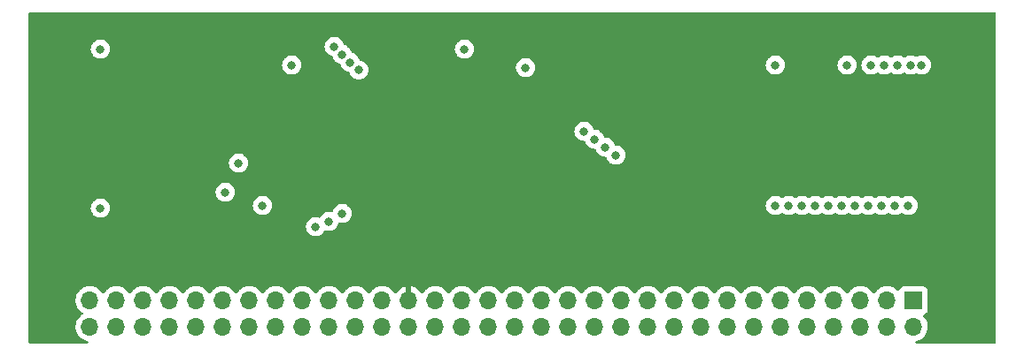
<source format=gbr>
%TF.GenerationSoftware,KiCad,Pcbnew,(6.0.0-0)*%
%TF.CreationDate,2022-10-19T21:39:45-04:00*%
%TF.ProjectId,CPU-Instruction-Decoder,4350552d-496e-4737-9472-756374696f6e,rev?*%
%TF.SameCoordinates,Original*%
%TF.FileFunction,Copper,L3,Inr*%
%TF.FilePolarity,Positive*%
%FSLAX46Y46*%
G04 Gerber Fmt 4.6, Leading zero omitted, Abs format (unit mm)*
G04 Created by KiCad (PCBNEW (6.0.0-0)) date 2022-10-19 21:39:45*
%MOMM*%
%LPD*%
G01*
G04 APERTURE LIST*
%TA.AperFunction,ComponentPad*%
%ADD10R,1.700000X1.700000*%
%TD*%
%TA.AperFunction,ComponentPad*%
%ADD11O,1.700000X1.700000*%
%TD*%
%TA.AperFunction,ViaPad*%
%ADD12C,0.800000*%
%TD*%
G04 APERTURE END LIST*
D10*
%TO.N,~{WR5_15}*%
%TO.C,J1*%
X324617000Y-229808000D03*
D11*
%TO.N,~{RD6_15}*%
X324617000Y-232348000D03*
%TO.N,~{WR5_14}*%
X322077000Y-229808000D03*
%TO.N,~{RD6_14}*%
X322077000Y-232348000D03*
%TO.N,~{WR5_13}*%
X319537000Y-229808000D03*
%TO.N,~{RD6_13}*%
X319537000Y-232348000D03*
%TO.N,~{WR5_12}*%
X316997000Y-229808000D03*
%TO.N,~{RD6_12}*%
X316997000Y-232348000D03*
%TO.N,~{WR5_11}*%
X314457000Y-229808000D03*
%TO.N,~{RD6_11}*%
X314457000Y-232348000D03*
%TO.N,~{WR5_10}*%
X311917000Y-229808000D03*
%TO.N,~{RD6_10}*%
X311917000Y-232348000D03*
%TO.N,~{WR5_09}*%
X309377000Y-229808000D03*
%TO.N,~{RD6_09}*%
X309377000Y-232348000D03*
%TO.N,~{WR5_08}*%
X306837000Y-229808000D03*
%TO.N,~{RD6_08}*%
X306837000Y-232348000D03*
%TO.N,~{WR5_07}*%
X304297000Y-229808000D03*
%TO.N,~{RD6_07}*%
X304297000Y-232348000D03*
%TO.N,~{WR5_06}*%
X301757000Y-229808000D03*
%TO.N,~{RD6_06}*%
X301757000Y-232348000D03*
%TO.N,~{WR5_05}*%
X299217000Y-229808000D03*
%TO.N,~{RD6_05}*%
X299217000Y-232348000D03*
%TO.N,~{WR5_04}*%
X296677000Y-229808000D03*
%TO.N,~{RD6_04}*%
X296677000Y-232348000D03*
%TO.N,~{WR5_03}*%
X294137000Y-229808000D03*
%TO.N,~{RD6_03}*%
X294137000Y-232348000D03*
%TO.N,~{WR5_02}*%
X291597000Y-229808000D03*
%TO.N,~{RD6_02}*%
X291597000Y-232348000D03*
%TO.N,~{WR5_01}*%
X289057000Y-229808000D03*
%TO.N,~{RD6_01}*%
X289057000Y-232348000D03*
%TO.N,~{WR5_00}*%
X286517000Y-229808000D03*
%TO.N,~{RD6_00}*%
X286517000Y-232348000D03*
%TO.N,unconnected-(J1-Pad33)*%
X283977000Y-229808000D03*
%TO.N,unconnected-(J1-Pad34)*%
X283977000Y-232348000D03*
%TO.N,unconnected-(J1-Pad35)*%
X281437000Y-229808000D03*
%TO.N,unconnected-(J1-Pad36)*%
X281437000Y-232348000D03*
%TO.N,unconnected-(J1-Pad37)*%
X278897000Y-229808000D03*
%TO.N,~{WR5}*%
X278897000Y-232348000D03*
%TO.N,GND*%
X276357000Y-229808000D03*
%TO.N,~{WR4}*%
X276357000Y-232348000D03*
%TO.N,VCC*%
X273817000Y-229808000D03*
%TO.N,\u03BCWR3*%
X273817000Y-232348000D03*
%TO.N,unconnected-(J1-Pad43)*%
X271277000Y-229808000D03*
%TO.N,\u03BCWR2*%
X271277000Y-232348000D03*
%TO.N,unconnected-(J1-Pad45)*%
X268737000Y-229808000D03*
%TO.N,\u03BCWR1*%
X268737000Y-232348000D03*
%TO.N,unconnected-(J1-Pad47)*%
X266197000Y-229808000D03*
%TO.N,\u03BCWR0*%
X266197000Y-232348000D03*
%TO.N,~{RD5_00}*%
X263657000Y-229808000D03*
%TO.N,~{RD6}*%
X263657000Y-232348000D03*
%TO.N,~{RD5_01}*%
X261117000Y-229808000D03*
%TO.N,~{RD5}*%
X261117000Y-232348000D03*
%TO.N,~{RD5_02}*%
X258577000Y-229808000D03*
%TO.N,\u03BCRD3*%
X258577000Y-232348000D03*
%TO.N,~{RD5_03}*%
X256037000Y-229808000D03*
%TO.N,\u03BCRD2*%
X256037000Y-232348000D03*
%TO.N,~{WR4_00}*%
X253497000Y-229808000D03*
%TO.N,\u03BCRD1*%
X253497000Y-232348000D03*
%TO.N,~{WR4_01}*%
X250957000Y-229808000D03*
%TO.N,\u03BCRD0*%
X250957000Y-232348000D03*
%TO.N,~{WR4_02}*%
X248417000Y-229808000D03*
%TO.N,unconnected-(J1-Pad62)*%
X248417000Y-232348000D03*
%TO.N,~{WR4_03}*%
X245877000Y-229808000D03*
%TO.N,unconnected-(J1-Pad64)*%
X245877000Y-232348000D03*
%TD*%
D12*
%TO.N,\u03BCRD0*%
X293116000Y-213614000D03*
X269240000Y-205486000D03*
%TO.N,\u03BCRD1*%
X270002000Y-206248000D03*
X294132000Y-214376000D03*
%TO.N,\u03BCRD2*%
X295148000Y-215138000D03*
X270764000Y-207010000D03*
%TO.N,\u03BCRD3*%
X296164000Y-215900000D03*
X271595636Y-207734500D03*
%TO.N,GND*%
X265176000Y-220726000D03*
X303784000Y-218694000D03*
X257048000Y-207264000D03*
X242062000Y-205740000D03*
X257048000Y-220726000D03*
X243939522Y-218694000D03*
X276352000Y-211582000D03*
X278130000Y-218694000D03*
X326898000Y-218694000D03*
X285242000Y-205740000D03*
%TO.N,VCC*%
X246888000Y-205740000D03*
X311404000Y-207264000D03*
X287528000Y-207518000D03*
X265176000Y-207264000D03*
%TO.N,~{RD5}*%
X258826000Y-219456000D03*
X262382000Y-220726000D03*
%TO.N,~{RD6}*%
X318262000Y-207264000D03*
X281686000Y-205740000D03*
%TO.N,~{WR4}*%
X260096000Y-216662000D03*
%TO.N,~{RD6_00}*%
X311404000Y-220726000D03*
%TO.N,~{RD6_01}*%
X312674000Y-220726000D03*
%TO.N,~{RD6_02}*%
X313944000Y-220726000D03*
%TO.N,~{RD6_03}*%
X315214000Y-220726000D03*
%TO.N,~{RD6_04}*%
X316484000Y-220726000D03*
%TO.N,~{RD6_05}*%
X317754000Y-220726000D03*
%TO.N,~{RD6_06}*%
X319024000Y-220726000D03*
%TO.N,~{RD6_07}*%
X320294000Y-220726000D03*
%TO.N,~{RD6_08}*%
X321564000Y-220726000D03*
%TO.N,~{RD5_01}*%
X267462000Y-222758000D03*
%TO.N,~{RD6_09}*%
X322834000Y-220726000D03*
%TO.N,~{RD5_02}*%
X268732000Y-222250000D03*
%TO.N,~{RD6_10}*%
X324104000Y-220726000D03*
%TO.N,~{RD5_03}*%
X270002000Y-221488000D03*
%TO.N,~{RD6_11}*%
X325374000Y-207264000D03*
%TO.N,~{WR4_00}*%
X246888000Y-220980000D03*
%TO.N,~{RD6_12}*%
X324358000Y-207264000D03*
%TO.N,~{RD6_13}*%
X323088000Y-207264000D03*
%TO.N,~{RD6_14}*%
X321818000Y-207264000D03*
%TO.N,~{RD6_15}*%
X320548000Y-207264000D03*
%TD*%
%TA.AperFunction,Conductor*%
%TO.N,GND*%
G36*
X332428121Y-202204002D02*
G01*
X332474614Y-202257658D01*
X332486000Y-202310000D01*
X332486000Y-233808000D01*
X332465998Y-233876121D01*
X332412342Y-233922614D01*
X332360000Y-233934000D01*
X324903522Y-233934000D01*
X324835401Y-233913998D01*
X324788908Y-233860342D01*
X324778804Y-233790068D01*
X324808298Y-233725488D01*
X324868024Y-233687104D01*
X324887512Y-233683021D01*
X324895289Y-233682025D01*
X324895292Y-233682024D01*
X324900416Y-233681368D01*
X324905366Y-233679883D01*
X325109429Y-233618661D01*
X325109434Y-233618659D01*
X325114384Y-233617174D01*
X325314994Y-233518896D01*
X325496860Y-233389173D01*
X325655096Y-233231489D01*
X325714594Y-233148689D01*
X325782435Y-233054277D01*
X325785453Y-233050077D01*
X325806320Y-233007857D01*
X325882136Y-232854453D01*
X325882137Y-232854451D01*
X325884430Y-232849811D01*
X325949370Y-232636069D01*
X325978529Y-232414590D01*
X325980156Y-232348000D01*
X325961852Y-232125361D01*
X325907431Y-231908702D01*
X325818354Y-231703840D01*
X325697014Y-231516277D01*
X325693532Y-231512450D01*
X325549798Y-231354488D01*
X325518746Y-231290642D01*
X325527141Y-231220143D01*
X325572317Y-231165375D01*
X325598761Y-231151706D01*
X325705297Y-231111767D01*
X325713705Y-231108615D01*
X325830261Y-231021261D01*
X325917615Y-230904705D01*
X325968745Y-230768316D01*
X325975500Y-230706134D01*
X325975500Y-228909866D01*
X325968745Y-228847684D01*
X325917615Y-228711295D01*
X325830261Y-228594739D01*
X325713705Y-228507385D01*
X325577316Y-228456255D01*
X325515134Y-228449500D01*
X323718866Y-228449500D01*
X323656684Y-228456255D01*
X323520295Y-228507385D01*
X323403739Y-228594739D01*
X323316385Y-228711295D01*
X323313233Y-228719703D01*
X323271919Y-228829907D01*
X323229277Y-228886671D01*
X323162716Y-228911371D01*
X323093367Y-228896163D01*
X323060743Y-228870476D01*
X323010151Y-228814875D01*
X323010142Y-228814866D01*
X323006670Y-228811051D01*
X323002619Y-228807852D01*
X323002615Y-228807848D01*
X322835414Y-228675800D01*
X322835410Y-228675798D01*
X322831359Y-228672598D01*
X322795028Y-228652542D01*
X322779136Y-228643769D01*
X322635789Y-228564638D01*
X322630920Y-228562914D01*
X322630916Y-228562912D01*
X322430087Y-228491795D01*
X322430083Y-228491794D01*
X322425212Y-228490069D01*
X322420119Y-228489162D01*
X322420116Y-228489161D01*
X322210373Y-228451800D01*
X322210367Y-228451799D01*
X322205284Y-228450894D01*
X322131452Y-228449992D01*
X321987081Y-228448228D01*
X321987079Y-228448228D01*
X321981911Y-228448165D01*
X321761091Y-228481955D01*
X321548756Y-228551357D01*
X321350607Y-228654507D01*
X321346474Y-228657610D01*
X321346471Y-228657612D01*
X321176100Y-228785530D01*
X321171965Y-228788635D01*
X321146541Y-228815240D01*
X321078280Y-228886671D01*
X321017629Y-228950138D01*
X320910201Y-229107621D01*
X320855293Y-229152621D01*
X320784768Y-229160792D01*
X320721021Y-229129538D01*
X320700324Y-229105054D01*
X320619822Y-228980617D01*
X320619820Y-228980614D01*
X320617014Y-228976277D01*
X320466670Y-228811051D01*
X320462619Y-228807852D01*
X320462615Y-228807848D01*
X320295414Y-228675800D01*
X320295410Y-228675798D01*
X320291359Y-228672598D01*
X320255028Y-228652542D01*
X320239136Y-228643769D01*
X320095789Y-228564638D01*
X320090920Y-228562914D01*
X320090916Y-228562912D01*
X319890087Y-228491795D01*
X319890083Y-228491794D01*
X319885212Y-228490069D01*
X319880119Y-228489162D01*
X319880116Y-228489161D01*
X319670373Y-228451800D01*
X319670367Y-228451799D01*
X319665284Y-228450894D01*
X319591452Y-228449992D01*
X319447081Y-228448228D01*
X319447079Y-228448228D01*
X319441911Y-228448165D01*
X319221091Y-228481955D01*
X319008756Y-228551357D01*
X318810607Y-228654507D01*
X318806474Y-228657610D01*
X318806471Y-228657612D01*
X318636100Y-228785530D01*
X318631965Y-228788635D01*
X318606541Y-228815240D01*
X318538280Y-228886671D01*
X318477629Y-228950138D01*
X318370201Y-229107621D01*
X318315293Y-229152621D01*
X318244768Y-229160792D01*
X318181021Y-229129538D01*
X318160324Y-229105054D01*
X318079822Y-228980617D01*
X318079820Y-228980614D01*
X318077014Y-228976277D01*
X317926670Y-228811051D01*
X317922619Y-228807852D01*
X317922615Y-228807848D01*
X317755414Y-228675800D01*
X317755410Y-228675798D01*
X317751359Y-228672598D01*
X317715028Y-228652542D01*
X317699136Y-228643769D01*
X317555789Y-228564638D01*
X317550920Y-228562914D01*
X317550916Y-228562912D01*
X317350087Y-228491795D01*
X317350083Y-228491794D01*
X317345212Y-228490069D01*
X317340119Y-228489162D01*
X317340116Y-228489161D01*
X317130373Y-228451800D01*
X317130367Y-228451799D01*
X317125284Y-228450894D01*
X317051452Y-228449992D01*
X316907081Y-228448228D01*
X316907079Y-228448228D01*
X316901911Y-228448165D01*
X316681091Y-228481955D01*
X316468756Y-228551357D01*
X316270607Y-228654507D01*
X316266474Y-228657610D01*
X316266471Y-228657612D01*
X316096100Y-228785530D01*
X316091965Y-228788635D01*
X316066541Y-228815240D01*
X315998280Y-228886671D01*
X315937629Y-228950138D01*
X315830201Y-229107621D01*
X315775293Y-229152621D01*
X315704768Y-229160792D01*
X315641021Y-229129538D01*
X315620324Y-229105054D01*
X315539822Y-228980617D01*
X315539820Y-228980614D01*
X315537014Y-228976277D01*
X315386670Y-228811051D01*
X315382619Y-228807852D01*
X315382615Y-228807848D01*
X315215414Y-228675800D01*
X315215410Y-228675798D01*
X315211359Y-228672598D01*
X315175028Y-228652542D01*
X315159136Y-228643769D01*
X315015789Y-228564638D01*
X315010920Y-228562914D01*
X315010916Y-228562912D01*
X314810087Y-228491795D01*
X314810083Y-228491794D01*
X314805212Y-228490069D01*
X314800119Y-228489162D01*
X314800116Y-228489161D01*
X314590373Y-228451800D01*
X314590367Y-228451799D01*
X314585284Y-228450894D01*
X314511452Y-228449992D01*
X314367081Y-228448228D01*
X314367079Y-228448228D01*
X314361911Y-228448165D01*
X314141091Y-228481955D01*
X313928756Y-228551357D01*
X313730607Y-228654507D01*
X313726474Y-228657610D01*
X313726471Y-228657612D01*
X313556100Y-228785530D01*
X313551965Y-228788635D01*
X313526541Y-228815240D01*
X313458280Y-228886671D01*
X313397629Y-228950138D01*
X313290201Y-229107621D01*
X313235293Y-229152621D01*
X313164768Y-229160792D01*
X313101021Y-229129538D01*
X313080324Y-229105054D01*
X312999822Y-228980617D01*
X312999820Y-228980614D01*
X312997014Y-228976277D01*
X312846670Y-228811051D01*
X312842619Y-228807852D01*
X312842615Y-228807848D01*
X312675414Y-228675800D01*
X312675410Y-228675798D01*
X312671359Y-228672598D01*
X312635028Y-228652542D01*
X312619136Y-228643769D01*
X312475789Y-228564638D01*
X312470920Y-228562914D01*
X312470916Y-228562912D01*
X312270087Y-228491795D01*
X312270083Y-228491794D01*
X312265212Y-228490069D01*
X312260119Y-228489162D01*
X312260116Y-228489161D01*
X312050373Y-228451800D01*
X312050367Y-228451799D01*
X312045284Y-228450894D01*
X311971452Y-228449992D01*
X311827081Y-228448228D01*
X311827079Y-228448228D01*
X311821911Y-228448165D01*
X311601091Y-228481955D01*
X311388756Y-228551357D01*
X311190607Y-228654507D01*
X311186474Y-228657610D01*
X311186471Y-228657612D01*
X311016100Y-228785530D01*
X311011965Y-228788635D01*
X310986541Y-228815240D01*
X310918280Y-228886671D01*
X310857629Y-228950138D01*
X310750201Y-229107621D01*
X310695293Y-229152621D01*
X310624768Y-229160792D01*
X310561021Y-229129538D01*
X310540324Y-229105054D01*
X310459822Y-228980617D01*
X310459820Y-228980614D01*
X310457014Y-228976277D01*
X310306670Y-228811051D01*
X310302619Y-228807852D01*
X310302615Y-228807848D01*
X310135414Y-228675800D01*
X310135410Y-228675798D01*
X310131359Y-228672598D01*
X310095028Y-228652542D01*
X310079136Y-228643769D01*
X309935789Y-228564638D01*
X309930920Y-228562914D01*
X309930916Y-228562912D01*
X309730087Y-228491795D01*
X309730083Y-228491794D01*
X309725212Y-228490069D01*
X309720119Y-228489162D01*
X309720116Y-228489161D01*
X309510373Y-228451800D01*
X309510367Y-228451799D01*
X309505284Y-228450894D01*
X309431452Y-228449992D01*
X309287081Y-228448228D01*
X309287079Y-228448228D01*
X309281911Y-228448165D01*
X309061091Y-228481955D01*
X308848756Y-228551357D01*
X308650607Y-228654507D01*
X308646474Y-228657610D01*
X308646471Y-228657612D01*
X308476100Y-228785530D01*
X308471965Y-228788635D01*
X308446541Y-228815240D01*
X308378280Y-228886671D01*
X308317629Y-228950138D01*
X308210201Y-229107621D01*
X308155293Y-229152621D01*
X308084768Y-229160792D01*
X308021021Y-229129538D01*
X308000324Y-229105054D01*
X307919822Y-228980617D01*
X307919820Y-228980614D01*
X307917014Y-228976277D01*
X307766670Y-228811051D01*
X307762619Y-228807852D01*
X307762615Y-228807848D01*
X307595414Y-228675800D01*
X307595410Y-228675798D01*
X307591359Y-228672598D01*
X307555028Y-228652542D01*
X307539136Y-228643769D01*
X307395789Y-228564638D01*
X307390920Y-228562914D01*
X307390916Y-228562912D01*
X307190087Y-228491795D01*
X307190083Y-228491794D01*
X307185212Y-228490069D01*
X307180119Y-228489162D01*
X307180116Y-228489161D01*
X306970373Y-228451800D01*
X306970367Y-228451799D01*
X306965284Y-228450894D01*
X306891452Y-228449992D01*
X306747081Y-228448228D01*
X306747079Y-228448228D01*
X306741911Y-228448165D01*
X306521091Y-228481955D01*
X306308756Y-228551357D01*
X306110607Y-228654507D01*
X306106474Y-228657610D01*
X306106471Y-228657612D01*
X305936100Y-228785530D01*
X305931965Y-228788635D01*
X305906541Y-228815240D01*
X305838280Y-228886671D01*
X305777629Y-228950138D01*
X305670201Y-229107621D01*
X305615293Y-229152621D01*
X305544768Y-229160792D01*
X305481021Y-229129538D01*
X305460324Y-229105054D01*
X305379822Y-228980617D01*
X305379820Y-228980614D01*
X305377014Y-228976277D01*
X305226670Y-228811051D01*
X305222619Y-228807852D01*
X305222615Y-228807848D01*
X305055414Y-228675800D01*
X305055410Y-228675798D01*
X305051359Y-228672598D01*
X305015028Y-228652542D01*
X304999136Y-228643769D01*
X304855789Y-228564638D01*
X304850920Y-228562914D01*
X304850916Y-228562912D01*
X304650087Y-228491795D01*
X304650083Y-228491794D01*
X304645212Y-228490069D01*
X304640119Y-228489162D01*
X304640116Y-228489161D01*
X304430373Y-228451800D01*
X304430367Y-228451799D01*
X304425284Y-228450894D01*
X304351452Y-228449992D01*
X304207081Y-228448228D01*
X304207079Y-228448228D01*
X304201911Y-228448165D01*
X303981091Y-228481955D01*
X303768756Y-228551357D01*
X303570607Y-228654507D01*
X303566474Y-228657610D01*
X303566471Y-228657612D01*
X303396100Y-228785530D01*
X303391965Y-228788635D01*
X303366541Y-228815240D01*
X303298280Y-228886671D01*
X303237629Y-228950138D01*
X303130201Y-229107621D01*
X303075293Y-229152621D01*
X303004768Y-229160792D01*
X302941021Y-229129538D01*
X302920324Y-229105054D01*
X302839822Y-228980617D01*
X302839820Y-228980614D01*
X302837014Y-228976277D01*
X302686670Y-228811051D01*
X302682619Y-228807852D01*
X302682615Y-228807848D01*
X302515414Y-228675800D01*
X302515410Y-228675798D01*
X302511359Y-228672598D01*
X302475028Y-228652542D01*
X302459136Y-228643769D01*
X302315789Y-228564638D01*
X302310920Y-228562914D01*
X302310916Y-228562912D01*
X302110087Y-228491795D01*
X302110083Y-228491794D01*
X302105212Y-228490069D01*
X302100119Y-228489162D01*
X302100116Y-228489161D01*
X301890373Y-228451800D01*
X301890367Y-228451799D01*
X301885284Y-228450894D01*
X301811452Y-228449992D01*
X301667081Y-228448228D01*
X301667079Y-228448228D01*
X301661911Y-228448165D01*
X301441091Y-228481955D01*
X301228756Y-228551357D01*
X301030607Y-228654507D01*
X301026474Y-228657610D01*
X301026471Y-228657612D01*
X300856100Y-228785530D01*
X300851965Y-228788635D01*
X300826541Y-228815240D01*
X300758280Y-228886671D01*
X300697629Y-228950138D01*
X300590201Y-229107621D01*
X300535293Y-229152621D01*
X300464768Y-229160792D01*
X300401021Y-229129538D01*
X300380324Y-229105054D01*
X300299822Y-228980617D01*
X300299820Y-228980614D01*
X300297014Y-228976277D01*
X300146670Y-228811051D01*
X300142619Y-228807852D01*
X300142615Y-228807848D01*
X299975414Y-228675800D01*
X299975410Y-228675798D01*
X299971359Y-228672598D01*
X299935028Y-228652542D01*
X299919136Y-228643769D01*
X299775789Y-228564638D01*
X299770920Y-228562914D01*
X299770916Y-228562912D01*
X299570087Y-228491795D01*
X299570083Y-228491794D01*
X299565212Y-228490069D01*
X299560119Y-228489162D01*
X299560116Y-228489161D01*
X299350373Y-228451800D01*
X299350367Y-228451799D01*
X299345284Y-228450894D01*
X299271452Y-228449992D01*
X299127081Y-228448228D01*
X299127079Y-228448228D01*
X299121911Y-228448165D01*
X298901091Y-228481955D01*
X298688756Y-228551357D01*
X298490607Y-228654507D01*
X298486474Y-228657610D01*
X298486471Y-228657612D01*
X298316100Y-228785530D01*
X298311965Y-228788635D01*
X298286541Y-228815240D01*
X298218280Y-228886671D01*
X298157629Y-228950138D01*
X298050201Y-229107621D01*
X297995293Y-229152621D01*
X297924768Y-229160792D01*
X297861021Y-229129538D01*
X297840324Y-229105054D01*
X297759822Y-228980617D01*
X297759820Y-228980614D01*
X297757014Y-228976277D01*
X297606670Y-228811051D01*
X297602619Y-228807852D01*
X297602615Y-228807848D01*
X297435414Y-228675800D01*
X297435410Y-228675798D01*
X297431359Y-228672598D01*
X297395028Y-228652542D01*
X297379136Y-228643769D01*
X297235789Y-228564638D01*
X297230920Y-228562914D01*
X297230916Y-228562912D01*
X297030087Y-228491795D01*
X297030083Y-228491794D01*
X297025212Y-228490069D01*
X297020119Y-228489162D01*
X297020116Y-228489161D01*
X296810373Y-228451800D01*
X296810367Y-228451799D01*
X296805284Y-228450894D01*
X296731452Y-228449992D01*
X296587081Y-228448228D01*
X296587079Y-228448228D01*
X296581911Y-228448165D01*
X296361091Y-228481955D01*
X296148756Y-228551357D01*
X295950607Y-228654507D01*
X295946474Y-228657610D01*
X295946471Y-228657612D01*
X295776100Y-228785530D01*
X295771965Y-228788635D01*
X295746541Y-228815240D01*
X295678280Y-228886671D01*
X295617629Y-228950138D01*
X295510201Y-229107621D01*
X295455293Y-229152621D01*
X295384768Y-229160792D01*
X295321021Y-229129538D01*
X295300324Y-229105054D01*
X295219822Y-228980617D01*
X295219820Y-228980614D01*
X295217014Y-228976277D01*
X295066670Y-228811051D01*
X295062619Y-228807852D01*
X295062615Y-228807848D01*
X294895414Y-228675800D01*
X294895410Y-228675798D01*
X294891359Y-228672598D01*
X294855028Y-228652542D01*
X294839136Y-228643769D01*
X294695789Y-228564638D01*
X294690920Y-228562914D01*
X294690916Y-228562912D01*
X294490087Y-228491795D01*
X294490083Y-228491794D01*
X294485212Y-228490069D01*
X294480119Y-228489162D01*
X294480116Y-228489161D01*
X294270373Y-228451800D01*
X294270367Y-228451799D01*
X294265284Y-228450894D01*
X294191452Y-228449992D01*
X294047081Y-228448228D01*
X294047079Y-228448228D01*
X294041911Y-228448165D01*
X293821091Y-228481955D01*
X293608756Y-228551357D01*
X293410607Y-228654507D01*
X293406474Y-228657610D01*
X293406471Y-228657612D01*
X293236100Y-228785530D01*
X293231965Y-228788635D01*
X293206541Y-228815240D01*
X293138280Y-228886671D01*
X293077629Y-228950138D01*
X292970201Y-229107621D01*
X292915293Y-229152621D01*
X292844768Y-229160792D01*
X292781021Y-229129538D01*
X292760324Y-229105054D01*
X292679822Y-228980617D01*
X292679820Y-228980614D01*
X292677014Y-228976277D01*
X292526670Y-228811051D01*
X292522619Y-228807852D01*
X292522615Y-228807848D01*
X292355414Y-228675800D01*
X292355410Y-228675798D01*
X292351359Y-228672598D01*
X292315028Y-228652542D01*
X292299136Y-228643769D01*
X292155789Y-228564638D01*
X292150920Y-228562914D01*
X292150916Y-228562912D01*
X291950087Y-228491795D01*
X291950083Y-228491794D01*
X291945212Y-228490069D01*
X291940119Y-228489162D01*
X291940116Y-228489161D01*
X291730373Y-228451800D01*
X291730367Y-228451799D01*
X291725284Y-228450894D01*
X291651452Y-228449992D01*
X291507081Y-228448228D01*
X291507079Y-228448228D01*
X291501911Y-228448165D01*
X291281091Y-228481955D01*
X291068756Y-228551357D01*
X290870607Y-228654507D01*
X290866474Y-228657610D01*
X290866471Y-228657612D01*
X290696100Y-228785530D01*
X290691965Y-228788635D01*
X290666541Y-228815240D01*
X290598280Y-228886671D01*
X290537629Y-228950138D01*
X290430201Y-229107621D01*
X290375293Y-229152621D01*
X290304768Y-229160792D01*
X290241021Y-229129538D01*
X290220324Y-229105054D01*
X290139822Y-228980617D01*
X290139820Y-228980614D01*
X290137014Y-228976277D01*
X289986670Y-228811051D01*
X289982619Y-228807852D01*
X289982615Y-228807848D01*
X289815414Y-228675800D01*
X289815410Y-228675798D01*
X289811359Y-228672598D01*
X289775028Y-228652542D01*
X289759136Y-228643769D01*
X289615789Y-228564638D01*
X289610920Y-228562914D01*
X289610916Y-228562912D01*
X289410087Y-228491795D01*
X289410083Y-228491794D01*
X289405212Y-228490069D01*
X289400119Y-228489162D01*
X289400116Y-228489161D01*
X289190373Y-228451800D01*
X289190367Y-228451799D01*
X289185284Y-228450894D01*
X289111452Y-228449992D01*
X288967081Y-228448228D01*
X288967079Y-228448228D01*
X288961911Y-228448165D01*
X288741091Y-228481955D01*
X288528756Y-228551357D01*
X288330607Y-228654507D01*
X288326474Y-228657610D01*
X288326471Y-228657612D01*
X288156100Y-228785530D01*
X288151965Y-228788635D01*
X288126541Y-228815240D01*
X288058280Y-228886671D01*
X287997629Y-228950138D01*
X287890201Y-229107621D01*
X287835293Y-229152621D01*
X287764768Y-229160792D01*
X287701021Y-229129538D01*
X287680324Y-229105054D01*
X287599822Y-228980617D01*
X287599820Y-228980614D01*
X287597014Y-228976277D01*
X287446670Y-228811051D01*
X287442619Y-228807852D01*
X287442615Y-228807848D01*
X287275414Y-228675800D01*
X287275410Y-228675798D01*
X287271359Y-228672598D01*
X287235028Y-228652542D01*
X287219136Y-228643769D01*
X287075789Y-228564638D01*
X287070920Y-228562914D01*
X287070916Y-228562912D01*
X286870087Y-228491795D01*
X286870083Y-228491794D01*
X286865212Y-228490069D01*
X286860119Y-228489162D01*
X286860116Y-228489161D01*
X286650373Y-228451800D01*
X286650367Y-228451799D01*
X286645284Y-228450894D01*
X286571452Y-228449992D01*
X286427081Y-228448228D01*
X286427079Y-228448228D01*
X286421911Y-228448165D01*
X286201091Y-228481955D01*
X285988756Y-228551357D01*
X285790607Y-228654507D01*
X285786474Y-228657610D01*
X285786471Y-228657612D01*
X285616100Y-228785530D01*
X285611965Y-228788635D01*
X285586541Y-228815240D01*
X285518280Y-228886671D01*
X285457629Y-228950138D01*
X285350201Y-229107621D01*
X285295293Y-229152621D01*
X285224768Y-229160792D01*
X285161021Y-229129538D01*
X285140324Y-229105054D01*
X285059822Y-228980617D01*
X285059820Y-228980614D01*
X285057014Y-228976277D01*
X284906670Y-228811051D01*
X284902619Y-228807852D01*
X284902615Y-228807848D01*
X284735414Y-228675800D01*
X284735410Y-228675798D01*
X284731359Y-228672598D01*
X284695028Y-228652542D01*
X284679136Y-228643769D01*
X284535789Y-228564638D01*
X284530920Y-228562914D01*
X284530916Y-228562912D01*
X284330087Y-228491795D01*
X284330083Y-228491794D01*
X284325212Y-228490069D01*
X284320119Y-228489162D01*
X284320116Y-228489161D01*
X284110373Y-228451800D01*
X284110367Y-228451799D01*
X284105284Y-228450894D01*
X284031452Y-228449992D01*
X283887081Y-228448228D01*
X283887079Y-228448228D01*
X283881911Y-228448165D01*
X283661091Y-228481955D01*
X283448756Y-228551357D01*
X283250607Y-228654507D01*
X283246474Y-228657610D01*
X283246471Y-228657612D01*
X283076100Y-228785530D01*
X283071965Y-228788635D01*
X283046541Y-228815240D01*
X282978280Y-228886671D01*
X282917629Y-228950138D01*
X282810201Y-229107621D01*
X282755293Y-229152621D01*
X282684768Y-229160792D01*
X282621021Y-229129538D01*
X282600324Y-229105054D01*
X282519822Y-228980617D01*
X282519820Y-228980614D01*
X282517014Y-228976277D01*
X282366670Y-228811051D01*
X282362619Y-228807852D01*
X282362615Y-228807848D01*
X282195414Y-228675800D01*
X282195410Y-228675798D01*
X282191359Y-228672598D01*
X282155028Y-228652542D01*
X282139136Y-228643769D01*
X281995789Y-228564638D01*
X281990920Y-228562914D01*
X281990916Y-228562912D01*
X281790087Y-228491795D01*
X281790083Y-228491794D01*
X281785212Y-228490069D01*
X281780119Y-228489162D01*
X281780116Y-228489161D01*
X281570373Y-228451800D01*
X281570367Y-228451799D01*
X281565284Y-228450894D01*
X281491452Y-228449992D01*
X281347081Y-228448228D01*
X281347079Y-228448228D01*
X281341911Y-228448165D01*
X281121091Y-228481955D01*
X280908756Y-228551357D01*
X280710607Y-228654507D01*
X280706474Y-228657610D01*
X280706471Y-228657612D01*
X280536100Y-228785530D01*
X280531965Y-228788635D01*
X280506541Y-228815240D01*
X280438280Y-228886671D01*
X280377629Y-228950138D01*
X280270201Y-229107621D01*
X280215293Y-229152621D01*
X280144768Y-229160792D01*
X280081021Y-229129538D01*
X280060324Y-229105054D01*
X279979822Y-228980617D01*
X279979820Y-228980614D01*
X279977014Y-228976277D01*
X279826670Y-228811051D01*
X279822619Y-228807852D01*
X279822615Y-228807848D01*
X279655414Y-228675800D01*
X279655410Y-228675798D01*
X279651359Y-228672598D01*
X279615028Y-228652542D01*
X279599136Y-228643769D01*
X279455789Y-228564638D01*
X279450920Y-228562914D01*
X279450916Y-228562912D01*
X279250087Y-228491795D01*
X279250083Y-228491794D01*
X279245212Y-228490069D01*
X279240119Y-228489162D01*
X279240116Y-228489161D01*
X279030373Y-228451800D01*
X279030367Y-228451799D01*
X279025284Y-228450894D01*
X278951452Y-228449992D01*
X278807081Y-228448228D01*
X278807079Y-228448228D01*
X278801911Y-228448165D01*
X278581091Y-228481955D01*
X278368756Y-228551357D01*
X278170607Y-228654507D01*
X278166474Y-228657610D01*
X278166471Y-228657612D01*
X277996100Y-228785530D01*
X277991965Y-228788635D01*
X277966541Y-228815240D01*
X277898280Y-228886671D01*
X277837629Y-228950138D01*
X277730204Y-229107618D01*
X277729898Y-229108066D01*
X277674987Y-229153069D01*
X277604462Y-229161240D01*
X277540715Y-229129986D01*
X277520018Y-229105502D01*
X277439426Y-228980926D01*
X277433136Y-228972757D01*
X277289806Y-228815240D01*
X277282273Y-228808215D01*
X277115139Y-228676222D01*
X277106552Y-228670517D01*
X276920117Y-228567599D01*
X276910705Y-228563369D01*
X276709959Y-228492280D01*
X276699988Y-228489646D01*
X276628837Y-228476972D01*
X276615540Y-228478432D01*
X276611000Y-228492989D01*
X276611000Y-229936000D01*
X276590998Y-230004121D01*
X276537342Y-230050614D01*
X276485000Y-230062000D01*
X276229000Y-230062000D01*
X276160879Y-230041998D01*
X276114386Y-229988342D01*
X276103000Y-229936000D01*
X276103000Y-228491102D01*
X276099082Y-228477758D01*
X276084806Y-228475771D01*
X276046324Y-228481660D01*
X276036288Y-228484051D01*
X275833868Y-228550212D01*
X275824359Y-228554209D01*
X275635463Y-228652542D01*
X275626738Y-228658036D01*
X275456433Y-228785905D01*
X275448726Y-228792748D01*
X275301590Y-228946717D01*
X275295109Y-228954722D01*
X275190498Y-229108074D01*
X275135587Y-229153076D01*
X275065062Y-229161247D01*
X275001315Y-229129993D01*
X274980618Y-229105509D01*
X274899822Y-228980617D01*
X274899820Y-228980614D01*
X274897014Y-228976277D01*
X274746670Y-228811051D01*
X274742619Y-228807852D01*
X274742615Y-228807848D01*
X274575414Y-228675800D01*
X274575410Y-228675798D01*
X274571359Y-228672598D01*
X274535028Y-228652542D01*
X274519136Y-228643769D01*
X274375789Y-228564638D01*
X274370920Y-228562914D01*
X274370916Y-228562912D01*
X274170087Y-228491795D01*
X274170083Y-228491794D01*
X274165212Y-228490069D01*
X274160119Y-228489162D01*
X274160116Y-228489161D01*
X273950373Y-228451800D01*
X273950367Y-228451799D01*
X273945284Y-228450894D01*
X273871452Y-228449992D01*
X273727081Y-228448228D01*
X273727079Y-228448228D01*
X273721911Y-228448165D01*
X273501091Y-228481955D01*
X273288756Y-228551357D01*
X273090607Y-228654507D01*
X273086474Y-228657610D01*
X273086471Y-228657612D01*
X272916100Y-228785530D01*
X272911965Y-228788635D01*
X272886541Y-228815240D01*
X272818280Y-228886671D01*
X272757629Y-228950138D01*
X272650201Y-229107621D01*
X272595293Y-229152621D01*
X272524768Y-229160792D01*
X272461021Y-229129538D01*
X272440324Y-229105054D01*
X272359822Y-228980617D01*
X272359820Y-228980614D01*
X272357014Y-228976277D01*
X272206670Y-228811051D01*
X272202619Y-228807852D01*
X272202615Y-228807848D01*
X272035414Y-228675800D01*
X272035410Y-228675798D01*
X272031359Y-228672598D01*
X271995028Y-228652542D01*
X271979136Y-228643769D01*
X271835789Y-228564638D01*
X271830920Y-228562914D01*
X271830916Y-228562912D01*
X271630087Y-228491795D01*
X271630083Y-228491794D01*
X271625212Y-228490069D01*
X271620119Y-228489162D01*
X271620116Y-228489161D01*
X271410373Y-228451800D01*
X271410367Y-228451799D01*
X271405284Y-228450894D01*
X271331452Y-228449992D01*
X271187081Y-228448228D01*
X271187079Y-228448228D01*
X271181911Y-228448165D01*
X270961091Y-228481955D01*
X270748756Y-228551357D01*
X270550607Y-228654507D01*
X270546474Y-228657610D01*
X270546471Y-228657612D01*
X270376100Y-228785530D01*
X270371965Y-228788635D01*
X270346541Y-228815240D01*
X270278280Y-228886671D01*
X270217629Y-228950138D01*
X270110201Y-229107621D01*
X270055293Y-229152621D01*
X269984768Y-229160792D01*
X269921021Y-229129538D01*
X269900324Y-229105054D01*
X269819822Y-228980617D01*
X269819820Y-228980614D01*
X269817014Y-228976277D01*
X269666670Y-228811051D01*
X269662619Y-228807852D01*
X269662615Y-228807848D01*
X269495414Y-228675800D01*
X269495410Y-228675798D01*
X269491359Y-228672598D01*
X269455028Y-228652542D01*
X269439136Y-228643769D01*
X269295789Y-228564638D01*
X269290920Y-228562914D01*
X269290916Y-228562912D01*
X269090087Y-228491795D01*
X269090083Y-228491794D01*
X269085212Y-228490069D01*
X269080119Y-228489162D01*
X269080116Y-228489161D01*
X268870373Y-228451800D01*
X268870367Y-228451799D01*
X268865284Y-228450894D01*
X268791452Y-228449992D01*
X268647081Y-228448228D01*
X268647079Y-228448228D01*
X268641911Y-228448165D01*
X268421091Y-228481955D01*
X268208756Y-228551357D01*
X268010607Y-228654507D01*
X268006474Y-228657610D01*
X268006471Y-228657612D01*
X267836100Y-228785530D01*
X267831965Y-228788635D01*
X267806541Y-228815240D01*
X267738280Y-228886671D01*
X267677629Y-228950138D01*
X267570201Y-229107621D01*
X267515293Y-229152621D01*
X267444768Y-229160792D01*
X267381021Y-229129538D01*
X267360324Y-229105054D01*
X267279822Y-228980617D01*
X267279820Y-228980614D01*
X267277014Y-228976277D01*
X267126670Y-228811051D01*
X267122619Y-228807852D01*
X267122615Y-228807848D01*
X266955414Y-228675800D01*
X266955410Y-228675798D01*
X266951359Y-228672598D01*
X266915028Y-228652542D01*
X266899136Y-228643769D01*
X266755789Y-228564638D01*
X266750920Y-228562914D01*
X266750916Y-228562912D01*
X266550087Y-228491795D01*
X266550083Y-228491794D01*
X266545212Y-228490069D01*
X266540119Y-228489162D01*
X266540116Y-228489161D01*
X266330373Y-228451800D01*
X266330367Y-228451799D01*
X266325284Y-228450894D01*
X266251452Y-228449992D01*
X266107081Y-228448228D01*
X266107079Y-228448228D01*
X266101911Y-228448165D01*
X265881091Y-228481955D01*
X265668756Y-228551357D01*
X265470607Y-228654507D01*
X265466474Y-228657610D01*
X265466471Y-228657612D01*
X265296100Y-228785530D01*
X265291965Y-228788635D01*
X265266541Y-228815240D01*
X265198280Y-228886671D01*
X265137629Y-228950138D01*
X265030201Y-229107621D01*
X264975293Y-229152621D01*
X264904768Y-229160792D01*
X264841021Y-229129538D01*
X264820324Y-229105054D01*
X264739822Y-228980617D01*
X264739820Y-228980614D01*
X264737014Y-228976277D01*
X264586670Y-228811051D01*
X264582619Y-228807852D01*
X264582615Y-228807848D01*
X264415414Y-228675800D01*
X264415410Y-228675798D01*
X264411359Y-228672598D01*
X264375028Y-228652542D01*
X264359136Y-228643769D01*
X264215789Y-228564638D01*
X264210920Y-228562914D01*
X264210916Y-228562912D01*
X264010087Y-228491795D01*
X264010083Y-228491794D01*
X264005212Y-228490069D01*
X264000119Y-228489162D01*
X264000116Y-228489161D01*
X263790373Y-228451800D01*
X263790367Y-228451799D01*
X263785284Y-228450894D01*
X263711452Y-228449992D01*
X263567081Y-228448228D01*
X263567079Y-228448228D01*
X263561911Y-228448165D01*
X263341091Y-228481955D01*
X263128756Y-228551357D01*
X262930607Y-228654507D01*
X262926474Y-228657610D01*
X262926471Y-228657612D01*
X262756100Y-228785530D01*
X262751965Y-228788635D01*
X262726541Y-228815240D01*
X262658280Y-228886671D01*
X262597629Y-228950138D01*
X262490201Y-229107621D01*
X262435293Y-229152621D01*
X262364768Y-229160792D01*
X262301021Y-229129538D01*
X262280324Y-229105054D01*
X262199822Y-228980617D01*
X262199820Y-228980614D01*
X262197014Y-228976277D01*
X262046670Y-228811051D01*
X262042619Y-228807852D01*
X262042615Y-228807848D01*
X261875414Y-228675800D01*
X261875410Y-228675798D01*
X261871359Y-228672598D01*
X261835028Y-228652542D01*
X261819136Y-228643769D01*
X261675789Y-228564638D01*
X261670920Y-228562914D01*
X261670916Y-228562912D01*
X261470087Y-228491795D01*
X261470083Y-228491794D01*
X261465212Y-228490069D01*
X261460119Y-228489162D01*
X261460116Y-228489161D01*
X261250373Y-228451800D01*
X261250367Y-228451799D01*
X261245284Y-228450894D01*
X261171452Y-228449992D01*
X261027081Y-228448228D01*
X261027079Y-228448228D01*
X261021911Y-228448165D01*
X260801091Y-228481955D01*
X260588756Y-228551357D01*
X260390607Y-228654507D01*
X260386474Y-228657610D01*
X260386471Y-228657612D01*
X260216100Y-228785530D01*
X260211965Y-228788635D01*
X260186541Y-228815240D01*
X260118280Y-228886671D01*
X260057629Y-228950138D01*
X259950201Y-229107621D01*
X259895293Y-229152621D01*
X259824768Y-229160792D01*
X259761021Y-229129538D01*
X259740324Y-229105054D01*
X259659822Y-228980617D01*
X259659820Y-228980614D01*
X259657014Y-228976277D01*
X259506670Y-228811051D01*
X259502619Y-228807852D01*
X259502615Y-228807848D01*
X259335414Y-228675800D01*
X259335410Y-228675798D01*
X259331359Y-228672598D01*
X259295028Y-228652542D01*
X259279136Y-228643769D01*
X259135789Y-228564638D01*
X259130920Y-228562914D01*
X259130916Y-228562912D01*
X258930087Y-228491795D01*
X258930083Y-228491794D01*
X258925212Y-228490069D01*
X258920119Y-228489162D01*
X258920116Y-228489161D01*
X258710373Y-228451800D01*
X258710367Y-228451799D01*
X258705284Y-228450894D01*
X258631452Y-228449992D01*
X258487081Y-228448228D01*
X258487079Y-228448228D01*
X258481911Y-228448165D01*
X258261091Y-228481955D01*
X258048756Y-228551357D01*
X257850607Y-228654507D01*
X257846474Y-228657610D01*
X257846471Y-228657612D01*
X257676100Y-228785530D01*
X257671965Y-228788635D01*
X257646541Y-228815240D01*
X257578280Y-228886671D01*
X257517629Y-228950138D01*
X257410201Y-229107621D01*
X257355293Y-229152621D01*
X257284768Y-229160792D01*
X257221021Y-229129538D01*
X257200324Y-229105054D01*
X257119822Y-228980617D01*
X257119820Y-228980614D01*
X257117014Y-228976277D01*
X256966670Y-228811051D01*
X256962619Y-228807852D01*
X256962615Y-228807848D01*
X256795414Y-228675800D01*
X256795410Y-228675798D01*
X256791359Y-228672598D01*
X256755028Y-228652542D01*
X256739136Y-228643769D01*
X256595789Y-228564638D01*
X256590920Y-228562914D01*
X256590916Y-228562912D01*
X256390087Y-228491795D01*
X256390083Y-228491794D01*
X256385212Y-228490069D01*
X256380119Y-228489162D01*
X256380116Y-228489161D01*
X256170373Y-228451800D01*
X256170367Y-228451799D01*
X256165284Y-228450894D01*
X256091452Y-228449992D01*
X255947081Y-228448228D01*
X255947079Y-228448228D01*
X255941911Y-228448165D01*
X255721091Y-228481955D01*
X255508756Y-228551357D01*
X255310607Y-228654507D01*
X255306474Y-228657610D01*
X255306471Y-228657612D01*
X255136100Y-228785530D01*
X255131965Y-228788635D01*
X255106541Y-228815240D01*
X255038280Y-228886671D01*
X254977629Y-228950138D01*
X254870201Y-229107621D01*
X254815293Y-229152621D01*
X254744768Y-229160792D01*
X254681021Y-229129538D01*
X254660324Y-229105054D01*
X254579822Y-228980617D01*
X254579820Y-228980614D01*
X254577014Y-228976277D01*
X254426670Y-228811051D01*
X254422619Y-228807852D01*
X254422615Y-228807848D01*
X254255414Y-228675800D01*
X254255410Y-228675798D01*
X254251359Y-228672598D01*
X254215028Y-228652542D01*
X254199136Y-228643769D01*
X254055789Y-228564638D01*
X254050920Y-228562914D01*
X254050916Y-228562912D01*
X253850087Y-228491795D01*
X253850083Y-228491794D01*
X253845212Y-228490069D01*
X253840119Y-228489162D01*
X253840116Y-228489161D01*
X253630373Y-228451800D01*
X253630367Y-228451799D01*
X253625284Y-228450894D01*
X253551452Y-228449992D01*
X253407081Y-228448228D01*
X253407079Y-228448228D01*
X253401911Y-228448165D01*
X253181091Y-228481955D01*
X252968756Y-228551357D01*
X252770607Y-228654507D01*
X252766474Y-228657610D01*
X252766471Y-228657612D01*
X252596100Y-228785530D01*
X252591965Y-228788635D01*
X252566541Y-228815240D01*
X252498280Y-228886671D01*
X252437629Y-228950138D01*
X252330201Y-229107621D01*
X252275293Y-229152621D01*
X252204768Y-229160792D01*
X252141021Y-229129538D01*
X252120324Y-229105054D01*
X252039822Y-228980617D01*
X252039820Y-228980614D01*
X252037014Y-228976277D01*
X251886670Y-228811051D01*
X251882619Y-228807852D01*
X251882615Y-228807848D01*
X251715414Y-228675800D01*
X251715410Y-228675798D01*
X251711359Y-228672598D01*
X251675028Y-228652542D01*
X251659136Y-228643769D01*
X251515789Y-228564638D01*
X251510920Y-228562914D01*
X251510916Y-228562912D01*
X251310087Y-228491795D01*
X251310083Y-228491794D01*
X251305212Y-228490069D01*
X251300119Y-228489162D01*
X251300116Y-228489161D01*
X251090373Y-228451800D01*
X251090367Y-228451799D01*
X251085284Y-228450894D01*
X251011452Y-228449992D01*
X250867081Y-228448228D01*
X250867079Y-228448228D01*
X250861911Y-228448165D01*
X250641091Y-228481955D01*
X250428756Y-228551357D01*
X250230607Y-228654507D01*
X250226474Y-228657610D01*
X250226471Y-228657612D01*
X250056100Y-228785530D01*
X250051965Y-228788635D01*
X250026541Y-228815240D01*
X249958280Y-228886671D01*
X249897629Y-228950138D01*
X249790201Y-229107621D01*
X249735293Y-229152621D01*
X249664768Y-229160792D01*
X249601021Y-229129538D01*
X249580324Y-229105054D01*
X249499822Y-228980617D01*
X249499820Y-228980614D01*
X249497014Y-228976277D01*
X249346670Y-228811051D01*
X249342619Y-228807852D01*
X249342615Y-228807848D01*
X249175414Y-228675800D01*
X249175410Y-228675798D01*
X249171359Y-228672598D01*
X249135028Y-228652542D01*
X249119136Y-228643769D01*
X248975789Y-228564638D01*
X248970920Y-228562914D01*
X248970916Y-228562912D01*
X248770087Y-228491795D01*
X248770083Y-228491794D01*
X248765212Y-228490069D01*
X248760119Y-228489162D01*
X248760116Y-228489161D01*
X248550373Y-228451800D01*
X248550367Y-228451799D01*
X248545284Y-228450894D01*
X248471452Y-228449992D01*
X248327081Y-228448228D01*
X248327079Y-228448228D01*
X248321911Y-228448165D01*
X248101091Y-228481955D01*
X247888756Y-228551357D01*
X247690607Y-228654507D01*
X247686474Y-228657610D01*
X247686471Y-228657612D01*
X247516100Y-228785530D01*
X247511965Y-228788635D01*
X247486541Y-228815240D01*
X247418280Y-228886671D01*
X247357629Y-228950138D01*
X247250201Y-229107621D01*
X247195293Y-229152621D01*
X247124768Y-229160792D01*
X247061021Y-229129538D01*
X247040324Y-229105054D01*
X246959822Y-228980617D01*
X246959820Y-228980614D01*
X246957014Y-228976277D01*
X246806670Y-228811051D01*
X246802619Y-228807852D01*
X246802615Y-228807848D01*
X246635414Y-228675800D01*
X246635410Y-228675798D01*
X246631359Y-228672598D01*
X246595028Y-228652542D01*
X246579136Y-228643769D01*
X246435789Y-228564638D01*
X246430920Y-228562914D01*
X246430916Y-228562912D01*
X246230087Y-228491795D01*
X246230083Y-228491794D01*
X246225212Y-228490069D01*
X246220119Y-228489162D01*
X246220116Y-228489161D01*
X246010373Y-228451800D01*
X246010367Y-228451799D01*
X246005284Y-228450894D01*
X245931452Y-228449992D01*
X245787081Y-228448228D01*
X245787079Y-228448228D01*
X245781911Y-228448165D01*
X245561091Y-228481955D01*
X245348756Y-228551357D01*
X245150607Y-228654507D01*
X245146474Y-228657610D01*
X245146471Y-228657612D01*
X244976100Y-228785530D01*
X244971965Y-228788635D01*
X244946541Y-228815240D01*
X244878280Y-228886671D01*
X244817629Y-228950138D01*
X244691743Y-229134680D01*
X244597688Y-229337305D01*
X244537989Y-229552570D01*
X244514251Y-229774695D01*
X244527110Y-229997715D01*
X244528247Y-230002761D01*
X244528248Y-230002767D01*
X244539031Y-230050614D01*
X244576222Y-230215639D01*
X244660266Y-230422616D01*
X244697685Y-230483678D01*
X244774291Y-230608688D01*
X244776987Y-230613088D01*
X244923250Y-230781938D01*
X245095126Y-230924632D01*
X245165595Y-230965811D01*
X245168445Y-230967476D01*
X245217169Y-231019114D01*
X245230240Y-231088897D01*
X245203509Y-231154669D01*
X245163055Y-231188027D01*
X245150607Y-231194507D01*
X245146474Y-231197610D01*
X245146471Y-231197612D01*
X245022567Y-231290642D01*
X244971965Y-231328635D01*
X244817629Y-231490138D01*
X244691743Y-231674680D01*
X244597688Y-231877305D01*
X244537989Y-232092570D01*
X244514251Y-232314695D01*
X244514548Y-232319848D01*
X244514548Y-232319851D01*
X244520011Y-232414590D01*
X244527110Y-232537715D01*
X244528247Y-232542761D01*
X244528248Y-232542767D01*
X244548119Y-232630939D01*
X244576222Y-232755639D01*
X244660266Y-232962616D01*
X244711019Y-233045438D01*
X244774291Y-233148688D01*
X244776987Y-233153088D01*
X244923250Y-233321938D01*
X245095126Y-233464632D01*
X245288000Y-233577338D01*
X245496692Y-233657030D01*
X245501760Y-233658061D01*
X245501763Y-233658062D01*
X245631858Y-233684530D01*
X245694623Y-233717711D01*
X245729485Y-233779559D01*
X245725376Y-233850436D01*
X245683599Y-233907841D01*
X245617420Y-233933546D01*
X245606737Y-233934000D01*
X240156000Y-233934000D01*
X240087879Y-233913998D01*
X240041386Y-233860342D01*
X240030000Y-233808000D01*
X240030000Y-222758000D01*
X266548496Y-222758000D01*
X266549186Y-222764565D01*
X266566863Y-222932749D01*
X266568458Y-222947928D01*
X266627473Y-223129556D01*
X266722960Y-223294944D01*
X266850747Y-223436866D01*
X267005248Y-223549118D01*
X267011276Y-223551802D01*
X267011278Y-223551803D01*
X267173681Y-223624109D01*
X267179712Y-223626794D01*
X267273113Y-223646647D01*
X267360056Y-223665128D01*
X267360061Y-223665128D01*
X267366513Y-223666500D01*
X267557487Y-223666500D01*
X267563939Y-223665128D01*
X267563944Y-223665128D01*
X267650887Y-223646647D01*
X267744288Y-223626794D01*
X267750319Y-223624109D01*
X267912722Y-223551803D01*
X267912724Y-223551802D01*
X267918752Y-223549118D01*
X268073253Y-223436866D01*
X268201040Y-223294944D01*
X268276069Y-223164990D01*
X268327451Y-223115997D01*
X268397165Y-223102561D01*
X268436438Y-223112884D01*
X268443676Y-223116107D01*
X268443679Y-223116108D01*
X268449712Y-223118794D01*
X268470775Y-223123271D01*
X268630056Y-223157128D01*
X268630061Y-223157128D01*
X268636513Y-223158500D01*
X268827487Y-223158500D01*
X268833939Y-223157128D01*
X268833944Y-223157128D01*
X268920887Y-223138647D01*
X269014288Y-223118794D01*
X269020323Y-223116107D01*
X269182722Y-223043803D01*
X269182724Y-223043802D01*
X269188752Y-223041118D01*
X269343253Y-222928866D01*
X269471040Y-222786944D01*
X269566527Y-222621556D01*
X269621834Y-222451340D01*
X269661908Y-222392734D01*
X269727304Y-222365097D01*
X269767864Y-222367029D01*
X269900056Y-222395128D01*
X269900061Y-222395128D01*
X269906513Y-222396500D01*
X270097487Y-222396500D01*
X270103939Y-222395128D01*
X270103944Y-222395128D01*
X270190888Y-222376647D01*
X270284288Y-222356794D01*
X270290319Y-222354109D01*
X270452722Y-222281803D01*
X270452724Y-222281802D01*
X270458752Y-222279118D01*
X270613253Y-222166866D01*
X270692247Y-222079134D01*
X270736621Y-222029852D01*
X270736622Y-222029851D01*
X270741040Y-222024944D01*
X270836527Y-221859556D01*
X270895542Y-221677928D01*
X270897138Y-221662749D01*
X270914814Y-221494565D01*
X270915504Y-221488000D01*
X270908099Y-221417542D01*
X270896232Y-221304635D01*
X270896232Y-221304633D01*
X270895542Y-221298072D01*
X270836527Y-221116444D01*
X270741040Y-220951056D01*
X270715064Y-220922206D01*
X270617675Y-220814045D01*
X270617674Y-220814044D01*
X270613253Y-220809134D01*
X270498829Y-220726000D01*
X310490496Y-220726000D01*
X310491186Y-220732565D01*
X310498826Y-220805251D01*
X310510458Y-220915928D01*
X310569473Y-221097556D01*
X310664960Y-221262944D01*
X310669378Y-221267851D01*
X310669379Y-221267852D01*
X310762228Y-221370971D01*
X310792747Y-221404866D01*
X310863398Y-221456197D01*
X310916207Y-221494565D01*
X310947248Y-221517118D01*
X310953276Y-221519802D01*
X310953278Y-221519803D01*
X311115681Y-221592109D01*
X311121712Y-221594794D01*
X311215113Y-221614647D01*
X311302056Y-221633128D01*
X311302061Y-221633128D01*
X311308513Y-221634500D01*
X311499487Y-221634500D01*
X311505939Y-221633128D01*
X311505944Y-221633128D01*
X311592888Y-221614647D01*
X311686288Y-221594794D01*
X311692319Y-221592109D01*
X311854722Y-221519803D01*
X311854724Y-221519802D01*
X311860752Y-221517118D01*
X311964940Y-221441421D01*
X312031806Y-221417563D01*
X312100958Y-221433643D01*
X312113056Y-221441418D01*
X312217248Y-221517118D01*
X312223276Y-221519802D01*
X312223278Y-221519803D01*
X312385681Y-221592109D01*
X312391712Y-221594794D01*
X312485113Y-221614647D01*
X312572056Y-221633128D01*
X312572061Y-221633128D01*
X312578513Y-221634500D01*
X312769487Y-221634500D01*
X312775939Y-221633128D01*
X312775944Y-221633128D01*
X312862888Y-221614647D01*
X312956288Y-221594794D01*
X312962319Y-221592109D01*
X313124722Y-221519803D01*
X313124724Y-221519802D01*
X313130752Y-221517118D01*
X313234940Y-221441421D01*
X313301806Y-221417563D01*
X313370958Y-221433643D01*
X313383056Y-221441418D01*
X313487248Y-221517118D01*
X313493276Y-221519802D01*
X313493278Y-221519803D01*
X313655681Y-221592109D01*
X313661712Y-221594794D01*
X313755113Y-221614647D01*
X313842056Y-221633128D01*
X313842061Y-221633128D01*
X313848513Y-221634500D01*
X314039487Y-221634500D01*
X314045939Y-221633128D01*
X314045944Y-221633128D01*
X314132888Y-221614647D01*
X314226288Y-221594794D01*
X314232319Y-221592109D01*
X314394722Y-221519803D01*
X314394724Y-221519802D01*
X314400752Y-221517118D01*
X314504940Y-221441421D01*
X314571806Y-221417563D01*
X314640958Y-221433643D01*
X314653056Y-221441418D01*
X314757248Y-221517118D01*
X314763276Y-221519802D01*
X314763278Y-221519803D01*
X314925681Y-221592109D01*
X314931712Y-221594794D01*
X315025113Y-221614647D01*
X315112056Y-221633128D01*
X315112061Y-221633128D01*
X315118513Y-221634500D01*
X315309487Y-221634500D01*
X315315939Y-221633128D01*
X315315944Y-221633128D01*
X315402888Y-221614647D01*
X315496288Y-221594794D01*
X315502319Y-221592109D01*
X315664722Y-221519803D01*
X315664724Y-221519802D01*
X315670752Y-221517118D01*
X315774940Y-221441421D01*
X315841806Y-221417563D01*
X315910958Y-221433643D01*
X315923056Y-221441418D01*
X316027248Y-221517118D01*
X316033276Y-221519802D01*
X316033278Y-221519803D01*
X316195681Y-221592109D01*
X316201712Y-221594794D01*
X316295113Y-221614647D01*
X316382056Y-221633128D01*
X316382061Y-221633128D01*
X316388513Y-221634500D01*
X316579487Y-221634500D01*
X316585939Y-221633128D01*
X316585944Y-221633128D01*
X316672888Y-221614647D01*
X316766288Y-221594794D01*
X316772319Y-221592109D01*
X316934722Y-221519803D01*
X316934724Y-221519802D01*
X316940752Y-221517118D01*
X317044940Y-221441421D01*
X317111806Y-221417563D01*
X317180958Y-221433643D01*
X317193056Y-221441418D01*
X317297248Y-221517118D01*
X317303276Y-221519802D01*
X317303278Y-221519803D01*
X317465681Y-221592109D01*
X317471712Y-221594794D01*
X317565113Y-221614647D01*
X317652056Y-221633128D01*
X317652061Y-221633128D01*
X317658513Y-221634500D01*
X317849487Y-221634500D01*
X317855939Y-221633128D01*
X317855944Y-221633128D01*
X317942888Y-221614647D01*
X318036288Y-221594794D01*
X318042319Y-221592109D01*
X318204722Y-221519803D01*
X318204724Y-221519802D01*
X318210752Y-221517118D01*
X318314940Y-221441421D01*
X318381806Y-221417563D01*
X318450958Y-221433643D01*
X318463056Y-221441418D01*
X318567248Y-221517118D01*
X318573276Y-221519802D01*
X318573278Y-221519803D01*
X318735681Y-221592109D01*
X318741712Y-221594794D01*
X318835113Y-221614647D01*
X318922056Y-221633128D01*
X318922061Y-221633128D01*
X318928513Y-221634500D01*
X319119487Y-221634500D01*
X319125939Y-221633128D01*
X319125944Y-221633128D01*
X319212888Y-221614647D01*
X319306288Y-221594794D01*
X319312319Y-221592109D01*
X319474722Y-221519803D01*
X319474724Y-221519802D01*
X319480752Y-221517118D01*
X319584940Y-221441421D01*
X319651806Y-221417563D01*
X319720958Y-221433643D01*
X319733056Y-221441418D01*
X319837248Y-221517118D01*
X319843276Y-221519802D01*
X319843278Y-221519803D01*
X320005681Y-221592109D01*
X320011712Y-221594794D01*
X320105113Y-221614647D01*
X320192056Y-221633128D01*
X320192061Y-221633128D01*
X320198513Y-221634500D01*
X320389487Y-221634500D01*
X320395939Y-221633128D01*
X320395944Y-221633128D01*
X320482888Y-221614647D01*
X320576288Y-221594794D01*
X320582319Y-221592109D01*
X320744722Y-221519803D01*
X320744724Y-221519802D01*
X320750752Y-221517118D01*
X320854940Y-221441421D01*
X320921806Y-221417563D01*
X320990958Y-221433643D01*
X321003056Y-221441418D01*
X321107248Y-221517118D01*
X321113276Y-221519802D01*
X321113278Y-221519803D01*
X321275681Y-221592109D01*
X321281712Y-221594794D01*
X321375113Y-221614647D01*
X321462056Y-221633128D01*
X321462061Y-221633128D01*
X321468513Y-221634500D01*
X321659487Y-221634500D01*
X321665939Y-221633128D01*
X321665944Y-221633128D01*
X321752888Y-221614647D01*
X321846288Y-221594794D01*
X321852319Y-221592109D01*
X322014722Y-221519803D01*
X322014724Y-221519802D01*
X322020752Y-221517118D01*
X322124940Y-221441421D01*
X322191806Y-221417563D01*
X322260958Y-221433643D01*
X322273056Y-221441418D01*
X322377248Y-221517118D01*
X322383276Y-221519802D01*
X322383278Y-221519803D01*
X322545681Y-221592109D01*
X322551712Y-221594794D01*
X322645113Y-221614647D01*
X322732056Y-221633128D01*
X322732061Y-221633128D01*
X322738513Y-221634500D01*
X322929487Y-221634500D01*
X322935939Y-221633128D01*
X322935944Y-221633128D01*
X323022888Y-221614647D01*
X323116288Y-221594794D01*
X323122319Y-221592109D01*
X323284722Y-221519803D01*
X323284724Y-221519802D01*
X323290752Y-221517118D01*
X323394940Y-221441421D01*
X323461806Y-221417563D01*
X323530958Y-221433643D01*
X323543056Y-221441418D01*
X323647248Y-221517118D01*
X323653276Y-221519802D01*
X323653278Y-221519803D01*
X323815681Y-221592109D01*
X323821712Y-221594794D01*
X323915113Y-221614647D01*
X324002056Y-221633128D01*
X324002061Y-221633128D01*
X324008513Y-221634500D01*
X324199487Y-221634500D01*
X324205939Y-221633128D01*
X324205944Y-221633128D01*
X324292888Y-221614647D01*
X324386288Y-221594794D01*
X324392319Y-221592109D01*
X324554722Y-221519803D01*
X324554724Y-221519802D01*
X324560752Y-221517118D01*
X324591794Y-221494565D01*
X324644602Y-221456197D01*
X324715253Y-221404866D01*
X324745772Y-221370971D01*
X324838621Y-221267852D01*
X324838622Y-221267851D01*
X324843040Y-221262944D01*
X324938527Y-221097556D01*
X324997542Y-220915928D01*
X325009175Y-220805251D01*
X325016814Y-220732565D01*
X325017504Y-220726000D01*
X325006280Y-220619206D01*
X324998232Y-220542635D01*
X324998232Y-220542633D01*
X324997542Y-220536072D01*
X324938527Y-220354444D01*
X324843040Y-220189056D01*
X324797744Y-220138749D01*
X324719675Y-220052045D01*
X324719674Y-220052044D01*
X324715253Y-220047134D01*
X324560752Y-219934882D01*
X324554724Y-219932198D01*
X324554722Y-219932197D01*
X324392319Y-219859891D01*
X324392318Y-219859891D01*
X324386288Y-219857206D01*
X324273721Y-219833279D01*
X324205944Y-219818872D01*
X324205939Y-219818872D01*
X324199487Y-219817500D01*
X324008513Y-219817500D01*
X324002061Y-219818872D01*
X324002056Y-219818872D01*
X323934279Y-219833279D01*
X323821712Y-219857206D01*
X323815682Y-219859891D01*
X323815681Y-219859891D01*
X323653278Y-219932197D01*
X323653276Y-219932198D01*
X323647248Y-219934882D01*
X323543060Y-220010579D01*
X323476194Y-220034437D01*
X323407042Y-220018357D01*
X323394944Y-220010582D01*
X323290752Y-219934882D01*
X323284724Y-219932198D01*
X323284722Y-219932197D01*
X323122319Y-219859891D01*
X323122318Y-219859891D01*
X323116288Y-219857206D01*
X323003721Y-219833279D01*
X322935944Y-219818872D01*
X322935939Y-219818872D01*
X322929487Y-219817500D01*
X322738513Y-219817500D01*
X322732061Y-219818872D01*
X322732056Y-219818872D01*
X322664279Y-219833279D01*
X322551712Y-219857206D01*
X322545682Y-219859891D01*
X322545681Y-219859891D01*
X322383278Y-219932197D01*
X322383276Y-219932198D01*
X322377248Y-219934882D01*
X322273060Y-220010579D01*
X322206194Y-220034437D01*
X322137042Y-220018357D01*
X322124944Y-220010582D01*
X322020752Y-219934882D01*
X322014724Y-219932198D01*
X322014722Y-219932197D01*
X321852319Y-219859891D01*
X321852318Y-219859891D01*
X321846288Y-219857206D01*
X321733721Y-219833279D01*
X321665944Y-219818872D01*
X321665939Y-219818872D01*
X321659487Y-219817500D01*
X321468513Y-219817500D01*
X321462061Y-219818872D01*
X321462056Y-219818872D01*
X321394279Y-219833279D01*
X321281712Y-219857206D01*
X321275682Y-219859891D01*
X321275681Y-219859891D01*
X321113278Y-219932197D01*
X321113276Y-219932198D01*
X321107248Y-219934882D01*
X321003060Y-220010579D01*
X320936194Y-220034437D01*
X320867042Y-220018357D01*
X320854944Y-220010582D01*
X320750752Y-219934882D01*
X320744724Y-219932198D01*
X320744722Y-219932197D01*
X320582319Y-219859891D01*
X320582318Y-219859891D01*
X320576288Y-219857206D01*
X320463721Y-219833279D01*
X320395944Y-219818872D01*
X320395939Y-219818872D01*
X320389487Y-219817500D01*
X320198513Y-219817500D01*
X320192061Y-219818872D01*
X320192056Y-219818872D01*
X320124279Y-219833279D01*
X320011712Y-219857206D01*
X320005682Y-219859891D01*
X320005681Y-219859891D01*
X319843278Y-219932197D01*
X319843276Y-219932198D01*
X319837248Y-219934882D01*
X319733060Y-220010579D01*
X319666194Y-220034437D01*
X319597042Y-220018357D01*
X319584944Y-220010582D01*
X319480752Y-219934882D01*
X319474724Y-219932198D01*
X319474722Y-219932197D01*
X319312319Y-219859891D01*
X319312318Y-219859891D01*
X319306288Y-219857206D01*
X319193721Y-219833279D01*
X319125944Y-219818872D01*
X319125939Y-219818872D01*
X319119487Y-219817500D01*
X318928513Y-219817500D01*
X318922061Y-219818872D01*
X318922056Y-219818872D01*
X318854279Y-219833279D01*
X318741712Y-219857206D01*
X318735682Y-219859891D01*
X318735681Y-219859891D01*
X318573278Y-219932197D01*
X318573276Y-219932198D01*
X318567248Y-219934882D01*
X318463060Y-220010579D01*
X318396194Y-220034437D01*
X318327042Y-220018357D01*
X318314944Y-220010582D01*
X318210752Y-219934882D01*
X318204724Y-219932198D01*
X318204722Y-219932197D01*
X318042319Y-219859891D01*
X318042318Y-219859891D01*
X318036288Y-219857206D01*
X317923721Y-219833279D01*
X317855944Y-219818872D01*
X317855939Y-219818872D01*
X317849487Y-219817500D01*
X317658513Y-219817500D01*
X317652061Y-219818872D01*
X317652056Y-219818872D01*
X317584279Y-219833279D01*
X317471712Y-219857206D01*
X317465682Y-219859891D01*
X317465681Y-219859891D01*
X317303278Y-219932197D01*
X317303276Y-219932198D01*
X317297248Y-219934882D01*
X317193060Y-220010579D01*
X317126194Y-220034437D01*
X317057042Y-220018357D01*
X317044944Y-220010582D01*
X316940752Y-219934882D01*
X316934724Y-219932198D01*
X316934722Y-219932197D01*
X316772319Y-219859891D01*
X316772318Y-219859891D01*
X316766288Y-219857206D01*
X316653721Y-219833279D01*
X316585944Y-219818872D01*
X316585939Y-219818872D01*
X316579487Y-219817500D01*
X316388513Y-219817500D01*
X316382061Y-219818872D01*
X316382056Y-219818872D01*
X316314279Y-219833279D01*
X316201712Y-219857206D01*
X316195682Y-219859891D01*
X316195681Y-219859891D01*
X316033278Y-219932197D01*
X316033276Y-219932198D01*
X316027248Y-219934882D01*
X315923060Y-220010579D01*
X315856194Y-220034437D01*
X315787042Y-220018357D01*
X315774944Y-220010582D01*
X315670752Y-219934882D01*
X315664724Y-219932198D01*
X315664722Y-219932197D01*
X315502319Y-219859891D01*
X315502318Y-219859891D01*
X315496288Y-219857206D01*
X315383721Y-219833279D01*
X315315944Y-219818872D01*
X315315939Y-219818872D01*
X315309487Y-219817500D01*
X315118513Y-219817500D01*
X315112061Y-219818872D01*
X315112056Y-219818872D01*
X315044279Y-219833279D01*
X314931712Y-219857206D01*
X314925682Y-219859891D01*
X314925681Y-219859891D01*
X314763278Y-219932197D01*
X314763276Y-219932198D01*
X314757248Y-219934882D01*
X314653060Y-220010579D01*
X314586194Y-220034437D01*
X314517042Y-220018357D01*
X314504944Y-220010582D01*
X314400752Y-219934882D01*
X314394724Y-219932198D01*
X314394722Y-219932197D01*
X314232319Y-219859891D01*
X314232318Y-219859891D01*
X314226288Y-219857206D01*
X314113721Y-219833279D01*
X314045944Y-219818872D01*
X314045939Y-219818872D01*
X314039487Y-219817500D01*
X313848513Y-219817500D01*
X313842061Y-219818872D01*
X313842056Y-219818872D01*
X313774279Y-219833279D01*
X313661712Y-219857206D01*
X313655682Y-219859891D01*
X313655681Y-219859891D01*
X313493278Y-219932197D01*
X313493276Y-219932198D01*
X313487248Y-219934882D01*
X313383060Y-220010579D01*
X313316194Y-220034437D01*
X313247042Y-220018357D01*
X313234944Y-220010582D01*
X313130752Y-219934882D01*
X313124724Y-219932198D01*
X313124722Y-219932197D01*
X312962319Y-219859891D01*
X312962318Y-219859891D01*
X312956288Y-219857206D01*
X312843721Y-219833279D01*
X312775944Y-219818872D01*
X312775939Y-219818872D01*
X312769487Y-219817500D01*
X312578513Y-219817500D01*
X312572061Y-219818872D01*
X312572056Y-219818872D01*
X312504279Y-219833279D01*
X312391712Y-219857206D01*
X312385682Y-219859891D01*
X312385681Y-219859891D01*
X312223278Y-219932197D01*
X312223276Y-219932198D01*
X312217248Y-219934882D01*
X312113060Y-220010579D01*
X312046194Y-220034437D01*
X311977042Y-220018357D01*
X311964944Y-220010582D01*
X311860752Y-219934882D01*
X311854724Y-219932198D01*
X311854722Y-219932197D01*
X311692319Y-219859891D01*
X311692318Y-219859891D01*
X311686288Y-219857206D01*
X311573721Y-219833279D01*
X311505944Y-219818872D01*
X311505939Y-219818872D01*
X311499487Y-219817500D01*
X311308513Y-219817500D01*
X311302061Y-219818872D01*
X311302056Y-219818872D01*
X311234279Y-219833279D01*
X311121712Y-219857206D01*
X311115682Y-219859891D01*
X311115681Y-219859891D01*
X310953278Y-219932197D01*
X310953276Y-219932198D01*
X310947248Y-219934882D01*
X310792747Y-220047134D01*
X310788326Y-220052044D01*
X310788325Y-220052045D01*
X310710257Y-220138749D01*
X310664960Y-220189056D01*
X310569473Y-220354444D01*
X310510458Y-220536072D01*
X310509768Y-220542633D01*
X310509768Y-220542635D01*
X310501720Y-220619206D01*
X310490496Y-220726000D01*
X270498829Y-220726000D01*
X270464094Y-220700763D01*
X270464093Y-220700762D01*
X270458752Y-220696882D01*
X270452724Y-220694198D01*
X270452722Y-220694197D01*
X270290319Y-220621891D01*
X270290318Y-220621891D01*
X270284288Y-220619206D01*
X270190887Y-220599353D01*
X270103944Y-220580872D01*
X270103939Y-220580872D01*
X270097487Y-220579500D01*
X269906513Y-220579500D01*
X269900061Y-220580872D01*
X269900056Y-220580872D01*
X269813113Y-220599353D01*
X269719712Y-220619206D01*
X269713682Y-220621891D01*
X269713681Y-220621891D01*
X269551278Y-220694197D01*
X269551276Y-220694198D01*
X269545248Y-220696882D01*
X269539907Y-220700762D01*
X269539906Y-220700763D01*
X269505171Y-220726000D01*
X269390747Y-220809134D01*
X269386326Y-220814044D01*
X269386325Y-220814045D01*
X269288937Y-220922206D01*
X269262960Y-220951056D01*
X269167473Y-221116444D01*
X269165431Y-221122729D01*
X269112166Y-221286660D01*
X269072092Y-221345266D01*
X269006696Y-221372903D01*
X268966136Y-221370971D01*
X268833944Y-221342872D01*
X268833939Y-221342872D01*
X268827487Y-221341500D01*
X268636513Y-221341500D01*
X268630061Y-221342872D01*
X268630056Y-221342872D01*
X268562279Y-221357279D01*
X268449712Y-221381206D01*
X268443682Y-221383891D01*
X268443681Y-221383891D01*
X268281278Y-221456197D01*
X268281276Y-221456198D01*
X268275248Y-221458882D01*
X268269907Y-221462762D01*
X268269906Y-221462763D01*
X268235171Y-221488000D01*
X268120747Y-221571134D01*
X268116326Y-221576044D01*
X268116325Y-221576045D01*
X268018937Y-221684206D01*
X267992960Y-221713056D01*
X267989659Y-221718774D01*
X267917931Y-221843010D01*
X267866549Y-221892003D01*
X267796835Y-221905439D01*
X267757562Y-221895116D01*
X267750324Y-221891893D01*
X267750321Y-221891892D01*
X267744288Y-221889206D01*
X267693657Y-221878444D01*
X267563944Y-221850872D01*
X267563939Y-221850872D01*
X267557487Y-221849500D01*
X267366513Y-221849500D01*
X267360061Y-221850872D01*
X267360056Y-221850872D01*
X267292279Y-221865279D01*
X267179712Y-221889206D01*
X267173682Y-221891891D01*
X267173681Y-221891891D01*
X267011278Y-221964197D01*
X267011276Y-221964198D01*
X267005248Y-221966882D01*
X266850747Y-222079134D01*
X266846326Y-222084044D01*
X266846325Y-222084045D01*
X266768257Y-222170749D01*
X266722960Y-222221056D01*
X266627473Y-222386444D01*
X266568458Y-222568072D01*
X266548496Y-222758000D01*
X240030000Y-222758000D01*
X240030000Y-220980000D01*
X245974496Y-220980000D01*
X245994458Y-221169928D01*
X245996498Y-221176206D01*
X246050206Y-221341500D01*
X246053473Y-221351556D01*
X246056776Y-221357278D01*
X246056777Y-221357279D01*
X246069799Y-221379834D01*
X246148960Y-221516944D01*
X246153378Y-221521851D01*
X246153379Y-221521852D01*
X246197753Y-221571134D01*
X246276747Y-221658866D01*
X246431248Y-221771118D01*
X246437276Y-221773802D01*
X246437278Y-221773803D01*
X246599681Y-221846109D01*
X246605712Y-221848794D01*
X246699113Y-221868647D01*
X246786056Y-221887128D01*
X246786061Y-221887128D01*
X246792513Y-221888500D01*
X246983487Y-221888500D01*
X246989939Y-221887128D01*
X246989944Y-221887128D01*
X247076887Y-221868647D01*
X247170288Y-221848794D01*
X247176319Y-221846109D01*
X247338722Y-221773803D01*
X247338724Y-221773802D01*
X247344752Y-221771118D01*
X247499253Y-221658866D01*
X247578247Y-221571134D01*
X247622621Y-221521852D01*
X247622622Y-221521851D01*
X247627040Y-221516944D01*
X247706201Y-221379834D01*
X247719223Y-221357279D01*
X247719224Y-221357278D01*
X247722527Y-221351556D01*
X247725795Y-221341500D01*
X247779502Y-221176206D01*
X247781542Y-221169928D01*
X247801504Y-220980000D01*
X247784062Y-220814045D01*
X247782232Y-220796635D01*
X247782232Y-220796633D01*
X247781542Y-220790072D01*
X247760724Y-220726000D01*
X261468496Y-220726000D01*
X261469186Y-220732565D01*
X261476826Y-220805251D01*
X261488458Y-220915928D01*
X261547473Y-221097556D01*
X261642960Y-221262944D01*
X261647378Y-221267851D01*
X261647379Y-221267852D01*
X261740228Y-221370971D01*
X261770747Y-221404866D01*
X261841398Y-221456197D01*
X261894207Y-221494565D01*
X261925248Y-221517118D01*
X261931276Y-221519802D01*
X261931278Y-221519803D01*
X262093681Y-221592109D01*
X262099712Y-221594794D01*
X262193113Y-221614647D01*
X262280056Y-221633128D01*
X262280061Y-221633128D01*
X262286513Y-221634500D01*
X262477487Y-221634500D01*
X262483939Y-221633128D01*
X262483944Y-221633128D01*
X262570888Y-221614647D01*
X262664288Y-221594794D01*
X262670319Y-221592109D01*
X262832722Y-221519803D01*
X262832724Y-221519802D01*
X262838752Y-221517118D01*
X262869794Y-221494565D01*
X262922602Y-221456197D01*
X262993253Y-221404866D01*
X263023772Y-221370971D01*
X263116621Y-221267852D01*
X263116622Y-221267851D01*
X263121040Y-221262944D01*
X263216527Y-221097556D01*
X263275542Y-220915928D01*
X263287175Y-220805251D01*
X263294814Y-220732565D01*
X263295504Y-220726000D01*
X263284280Y-220619206D01*
X263276232Y-220542635D01*
X263276232Y-220542633D01*
X263275542Y-220536072D01*
X263216527Y-220354444D01*
X263121040Y-220189056D01*
X263075744Y-220138749D01*
X262997675Y-220052045D01*
X262997674Y-220052044D01*
X262993253Y-220047134D01*
X262838752Y-219934882D01*
X262832724Y-219932198D01*
X262832722Y-219932197D01*
X262670319Y-219859891D01*
X262670318Y-219859891D01*
X262664288Y-219857206D01*
X262551721Y-219833279D01*
X262483944Y-219818872D01*
X262483939Y-219818872D01*
X262477487Y-219817500D01*
X262286513Y-219817500D01*
X262280061Y-219818872D01*
X262280056Y-219818872D01*
X262212279Y-219833279D01*
X262099712Y-219857206D01*
X262093682Y-219859891D01*
X262093681Y-219859891D01*
X261931278Y-219932197D01*
X261931276Y-219932198D01*
X261925248Y-219934882D01*
X261770747Y-220047134D01*
X261766326Y-220052044D01*
X261766325Y-220052045D01*
X261688257Y-220138749D01*
X261642960Y-220189056D01*
X261547473Y-220354444D01*
X261488458Y-220536072D01*
X261487768Y-220542633D01*
X261487768Y-220542635D01*
X261479720Y-220619206D01*
X261468496Y-220726000D01*
X247760724Y-220726000D01*
X247722527Y-220608444D01*
X247627040Y-220443056D01*
X247547254Y-220354444D01*
X247503675Y-220306045D01*
X247503674Y-220306044D01*
X247499253Y-220301134D01*
X247344752Y-220188882D01*
X247338724Y-220186198D01*
X247338722Y-220186197D01*
X247176319Y-220113891D01*
X247176318Y-220113891D01*
X247170288Y-220111206D01*
X247076888Y-220091353D01*
X246989944Y-220072872D01*
X246989939Y-220072872D01*
X246983487Y-220071500D01*
X246792513Y-220071500D01*
X246786061Y-220072872D01*
X246786056Y-220072872D01*
X246699112Y-220091353D01*
X246605712Y-220111206D01*
X246599682Y-220113891D01*
X246599681Y-220113891D01*
X246437278Y-220186197D01*
X246437276Y-220186198D01*
X246431248Y-220188882D01*
X246276747Y-220301134D01*
X246272326Y-220306044D01*
X246272325Y-220306045D01*
X246228747Y-220354444D01*
X246148960Y-220443056D01*
X246053473Y-220608444D01*
X245994458Y-220790072D01*
X245993768Y-220796633D01*
X245993768Y-220796635D01*
X245991938Y-220814045D01*
X245974496Y-220980000D01*
X240030000Y-220980000D01*
X240030000Y-219456000D01*
X257912496Y-219456000D01*
X257932458Y-219645928D01*
X257991473Y-219827556D01*
X258086960Y-219992944D01*
X258091378Y-219997851D01*
X258091379Y-219997852D01*
X258135753Y-220047134D01*
X258214747Y-220134866D01*
X258369248Y-220247118D01*
X258375276Y-220249802D01*
X258375278Y-220249803D01*
X258537681Y-220322109D01*
X258543712Y-220324794D01*
X258637113Y-220344647D01*
X258724056Y-220363128D01*
X258724061Y-220363128D01*
X258730513Y-220364500D01*
X258921487Y-220364500D01*
X258927939Y-220363128D01*
X258927944Y-220363128D01*
X259014887Y-220344647D01*
X259108288Y-220324794D01*
X259114319Y-220322109D01*
X259276722Y-220249803D01*
X259276724Y-220249802D01*
X259282752Y-220247118D01*
X259437253Y-220134866D01*
X259516247Y-220047134D01*
X259560621Y-219997852D01*
X259560622Y-219997851D01*
X259565040Y-219992944D01*
X259660527Y-219827556D01*
X259719542Y-219645928D01*
X259739504Y-219456000D01*
X259719542Y-219266072D01*
X259660527Y-219084444D01*
X259565040Y-218919056D01*
X259437253Y-218777134D01*
X259282752Y-218664882D01*
X259276724Y-218662198D01*
X259276722Y-218662197D01*
X259114319Y-218589891D01*
X259114318Y-218589891D01*
X259108288Y-218587206D01*
X259014888Y-218567353D01*
X258927944Y-218548872D01*
X258927939Y-218548872D01*
X258921487Y-218547500D01*
X258730513Y-218547500D01*
X258724061Y-218548872D01*
X258724056Y-218548872D01*
X258637113Y-218567353D01*
X258543712Y-218587206D01*
X258537682Y-218589891D01*
X258537681Y-218589891D01*
X258375278Y-218662197D01*
X258375276Y-218662198D01*
X258369248Y-218664882D01*
X258214747Y-218777134D01*
X258086960Y-218919056D01*
X257991473Y-219084444D01*
X257932458Y-219266072D01*
X257912496Y-219456000D01*
X240030000Y-219456000D01*
X240030000Y-216662000D01*
X259182496Y-216662000D01*
X259183186Y-216668565D01*
X259197894Y-216808500D01*
X259202458Y-216851928D01*
X259261473Y-217033556D01*
X259356960Y-217198944D01*
X259484747Y-217340866D01*
X259639248Y-217453118D01*
X259645276Y-217455802D01*
X259645278Y-217455803D01*
X259807681Y-217528109D01*
X259813712Y-217530794D01*
X259907112Y-217550647D01*
X259994056Y-217569128D01*
X259994061Y-217569128D01*
X260000513Y-217570500D01*
X260191487Y-217570500D01*
X260197939Y-217569128D01*
X260197944Y-217569128D01*
X260284888Y-217550647D01*
X260378288Y-217530794D01*
X260384319Y-217528109D01*
X260546722Y-217455803D01*
X260546724Y-217455802D01*
X260552752Y-217453118D01*
X260707253Y-217340866D01*
X260835040Y-217198944D01*
X260930527Y-217033556D01*
X260989542Y-216851928D01*
X260994107Y-216808500D01*
X261008814Y-216668565D01*
X261009504Y-216662000D01*
X261008814Y-216655435D01*
X260990232Y-216478635D01*
X260990232Y-216478633D01*
X260989542Y-216472072D01*
X260930527Y-216290444D01*
X260835040Y-216125056D01*
X260809064Y-216096206D01*
X260711675Y-215988045D01*
X260711674Y-215988044D01*
X260707253Y-215983134D01*
X260592829Y-215900000D01*
X260558094Y-215874763D01*
X260558093Y-215874762D01*
X260552752Y-215870882D01*
X260546724Y-215868198D01*
X260546722Y-215868197D01*
X260384319Y-215795891D01*
X260384318Y-215795891D01*
X260378288Y-215793206D01*
X260284887Y-215773353D01*
X260197944Y-215754872D01*
X260197939Y-215754872D01*
X260191487Y-215753500D01*
X260000513Y-215753500D01*
X259994061Y-215754872D01*
X259994056Y-215754872D01*
X259907112Y-215773353D01*
X259813712Y-215793206D01*
X259807682Y-215795891D01*
X259807681Y-215795891D01*
X259645278Y-215868197D01*
X259645276Y-215868198D01*
X259639248Y-215870882D01*
X259633907Y-215874762D01*
X259633906Y-215874763D01*
X259599171Y-215900000D01*
X259484747Y-215983134D01*
X259480326Y-215988044D01*
X259480325Y-215988045D01*
X259382937Y-216096206D01*
X259356960Y-216125056D01*
X259261473Y-216290444D01*
X259202458Y-216472072D01*
X259201768Y-216478633D01*
X259201768Y-216478635D01*
X259183186Y-216655435D01*
X259182496Y-216662000D01*
X240030000Y-216662000D01*
X240030000Y-213614000D01*
X292202496Y-213614000D01*
X292203186Y-213620565D01*
X292210826Y-213693251D01*
X292222458Y-213803928D01*
X292281473Y-213985556D01*
X292376960Y-214150944D01*
X292504747Y-214292866D01*
X292659248Y-214405118D01*
X292665276Y-214407802D01*
X292665278Y-214407803D01*
X292827681Y-214480109D01*
X292833712Y-214482794D01*
X292927112Y-214502647D01*
X293014056Y-214521128D01*
X293014061Y-214521128D01*
X293020513Y-214522500D01*
X293132803Y-214522500D01*
X293200924Y-214542502D01*
X293247417Y-214596158D01*
X293252636Y-214609563D01*
X293297473Y-214747556D01*
X293392960Y-214912944D01*
X293520747Y-215054866D01*
X293675248Y-215167118D01*
X293681276Y-215169802D01*
X293681278Y-215169803D01*
X293843681Y-215242109D01*
X293849712Y-215244794D01*
X293943113Y-215264647D01*
X294030056Y-215283128D01*
X294030061Y-215283128D01*
X294036513Y-215284500D01*
X294148803Y-215284500D01*
X294216924Y-215304502D01*
X294263417Y-215358158D01*
X294268636Y-215371563D01*
X294313473Y-215509556D01*
X294408960Y-215674944D01*
X294413378Y-215679851D01*
X294413379Y-215679852D01*
X294440589Y-215710072D01*
X294536747Y-215816866D01*
X294607398Y-215868197D01*
X294660207Y-215906565D01*
X294691248Y-215929118D01*
X294697276Y-215931802D01*
X294697278Y-215931803D01*
X294859681Y-216004109D01*
X294865712Y-216006794D01*
X294959113Y-216026647D01*
X295046056Y-216045128D01*
X295046061Y-216045128D01*
X295052513Y-216046500D01*
X295164803Y-216046500D01*
X295232924Y-216066502D01*
X295279417Y-216120158D01*
X295284636Y-216133563D01*
X295329473Y-216271556D01*
X295424960Y-216436944D01*
X295429378Y-216441851D01*
X295429379Y-216441852D01*
X295456589Y-216472072D01*
X295552747Y-216578866D01*
X295651843Y-216650864D01*
X295676207Y-216668565D01*
X295707248Y-216691118D01*
X295713276Y-216693802D01*
X295713278Y-216693803D01*
X295875681Y-216766109D01*
X295881712Y-216768794D01*
X295975113Y-216788647D01*
X296062056Y-216807128D01*
X296062061Y-216807128D01*
X296068513Y-216808500D01*
X296259487Y-216808500D01*
X296265939Y-216807128D01*
X296265944Y-216807128D01*
X296352887Y-216788647D01*
X296446288Y-216768794D01*
X296452319Y-216766109D01*
X296614722Y-216693803D01*
X296614724Y-216693802D01*
X296620752Y-216691118D01*
X296651794Y-216668565D01*
X296676157Y-216650864D01*
X296775253Y-216578866D01*
X296871411Y-216472072D01*
X296898621Y-216441852D01*
X296898622Y-216441851D01*
X296903040Y-216436944D01*
X296998527Y-216271556D01*
X297057542Y-216089928D01*
X297062107Y-216046500D01*
X297076814Y-215906565D01*
X297077504Y-215900000D01*
X297074161Y-215868197D01*
X297058232Y-215716635D01*
X297058232Y-215716633D01*
X297057542Y-215710072D01*
X296998527Y-215528444D01*
X296903040Y-215363056D01*
X296775253Y-215221134D01*
X296620752Y-215108882D01*
X296614724Y-215106198D01*
X296614722Y-215106197D01*
X296452319Y-215033891D01*
X296452318Y-215033891D01*
X296446288Y-215031206D01*
X296352887Y-215011353D01*
X296265944Y-214992872D01*
X296265939Y-214992872D01*
X296259487Y-214991500D01*
X296147197Y-214991500D01*
X296079076Y-214971498D01*
X296032583Y-214917842D01*
X296027364Y-214904437D01*
X295984568Y-214772726D01*
X295982527Y-214766444D01*
X295887040Y-214601056D01*
X295759253Y-214459134D01*
X295604752Y-214346882D01*
X295598724Y-214344198D01*
X295598722Y-214344197D01*
X295436319Y-214271891D01*
X295436318Y-214271891D01*
X295430288Y-214269206D01*
X295336888Y-214249353D01*
X295249944Y-214230872D01*
X295249939Y-214230872D01*
X295243487Y-214229500D01*
X295131197Y-214229500D01*
X295063076Y-214209498D01*
X295016583Y-214155842D01*
X295011364Y-214142437D01*
X294968568Y-214010726D01*
X294966527Y-214004444D01*
X294871040Y-213839056D01*
X294845064Y-213810206D01*
X294747675Y-213702045D01*
X294747674Y-213702044D01*
X294743253Y-213697134D01*
X294628829Y-213614000D01*
X294594094Y-213588763D01*
X294594093Y-213588762D01*
X294588752Y-213584882D01*
X294582724Y-213582198D01*
X294582722Y-213582197D01*
X294420319Y-213509891D01*
X294420318Y-213509891D01*
X294414288Y-213507206D01*
X294320888Y-213487353D01*
X294233944Y-213468872D01*
X294233939Y-213468872D01*
X294227487Y-213467500D01*
X294115197Y-213467500D01*
X294047076Y-213447498D01*
X294000583Y-213393842D01*
X293995364Y-213380437D01*
X293952568Y-213248726D01*
X293950527Y-213242444D01*
X293855040Y-213077056D01*
X293727253Y-212935134D01*
X293572752Y-212822882D01*
X293566724Y-212820198D01*
X293566722Y-212820197D01*
X293404319Y-212747891D01*
X293404318Y-212747891D01*
X293398288Y-212745206D01*
X293304887Y-212725353D01*
X293217944Y-212706872D01*
X293217939Y-212706872D01*
X293211487Y-212705500D01*
X293020513Y-212705500D01*
X293014061Y-212706872D01*
X293014056Y-212706872D01*
X292927113Y-212725353D01*
X292833712Y-212745206D01*
X292827682Y-212747891D01*
X292827681Y-212747891D01*
X292665278Y-212820197D01*
X292665276Y-212820198D01*
X292659248Y-212822882D01*
X292504747Y-212935134D01*
X292376960Y-213077056D01*
X292281473Y-213242444D01*
X292222458Y-213424072D01*
X292221768Y-213430633D01*
X292221768Y-213430635D01*
X292213720Y-213507206D01*
X292202496Y-213614000D01*
X240030000Y-213614000D01*
X240030000Y-207264000D01*
X264262496Y-207264000D01*
X264282458Y-207453928D01*
X264341473Y-207635556D01*
X264436960Y-207800944D01*
X264441378Y-207805851D01*
X264441379Y-207805852D01*
X264535697Y-207910603D01*
X264564747Y-207942866D01*
X264719248Y-208055118D01*
X264725276Y-208057802D01*
X264725278Y-208057803D01*
X264833657Y-208106056D01*
X264893712Y-208132794D01*
X264987113Y-208152647D01*
X265074056Y-208171128D01*
X265074061Y-208171128D01*
X265080513Y-208172500D01*
X265271487Y-208172500D01*
X265277939Y-208171128D01*
X265277944Y-208171128D01*
X265364887Y-208152647D01*
X265458288Y-208132794D01*
X265518343Y-208106056D01*
X265626722Y-208057803D01*
X265626724Y-208057802D01*
X265632752Y-208055118D01*
X265787253Y-207942866D01*
X265816303Y-207910603D01*
X265910621Y-207805852D01*
X265910622Y-207805851D01*
X265915040Y-207800944D01*
X266010527Y-207635556D01*
X266069542Y-207453928D01*
X266089504Y-207264000D01*
X266075412Y-207129921D01*
X266070232Y-207080635D01*
X266070232Y-207080633D01*
X266069542Y-207074072D01*
X266010527Y-206892444D01*
X265915040Y-206727056D01*
X265835254Y-206638444D01*
X265791675Y-206590045D01*
X265791674Y-206590044D01*
X265787253Y-206585134D01*
X265632752Y-206472882D01*
X265626724Y-206470198D01*
X265626722Y-206470197D01*
X265464319Y-206397891D01*
X265464318Y-206397891D01*
X265458288Y-206395206D01*
X265364887Y-206375353D01*
X265277944Y-206356872D01*
X265277939Y-206356872D01*
X265271487Y-206355500D01*
X265080513Y-206355500D01*
X265074061Y-206356872D01*
X265074056Y-206356872D01*
X264987113Y-206375353D01*
X264893712Y-206395206D01*
X264887682Y-206397891D01*
X264887681Y-206397891D01*
X264725278Y-206470197D01*
X264725276Y-206470198D01*
X264719248Y-206472882D01*
X264564747Y-206585134D01*
X264560326Y-206590044D01*
X264560325Y-206590045D01*
X264516747Y-206638444D01*
X264436960Y-206727056D01*
X264341473Y-206892444D01*
X264282458Y-207074072D01*
X264281768Y-207080633D01*
X264281768Y-207080635D01*
X264276588Y-207129921D01*
X264262496Y-207264000D01*
X240030000Y-207264000D01*
X240030000Y-205740000D01*
X245974496Y-205740000D01*
X245994458Y-205929928D01*
X246053473Y-206111556D01*
X246056776Y-206117278D01*
X246056777Y-206117279D01*
X246069799Y-206139834D01*
X246148960Y-206276944D01*
X246153378Y-206281851D01*
X246153379Y-206281852D01*
X246197753Y-206331134D01*
X246276747Y-206418866D01*
X246431248Y-206531118D01*
X246437276Y-206533802D01*
X246437278Y-206533803D01*
X246599681Y-206606109D01*
X246605712Y-206608794D01*
X246699112Y-206628647D01*
X246786056Y-206647128D01*
X246786061Y-206647128D01*
X246792513Y-206648500D01*
X246983487Y-206648500D01*
X246989939Y-206647128D01*
X246989944Y-206647128D01*
X247076887Y-206628647D01*
X247170288Y-206608794D01*
X247176319Y-206606109D01*
X247338722Y-206533803D01*
X247338724Y-206533802D01*
X247344752Y-206531118D01*
X247499253Y-206418866D01*
X247578247Y-206331134D01*
X247622621Y-206281852D01*
X247622622Y-206281851D01*
X247627040Y-206276944D01*
X247706201Y-206139834D01*
X247719223Y-206117279D01*
X247719224Y-206117278D01*
X247722527Y-206111556D01*
X247781542Y-205929928D01*
X247801504Y-205740000D01*
X247784062Y-205574045D01*
X247782232Y-205556635D01*
X247782232Y-205556633D01*
X247781542Y-205550072D01*
X247760724Y-205486000D01*
X268326496Y-205486000D01*
X268327186Y-205492565D01*
X268334826Y-205565251D01*
X268346458Y-205675928D01*
X268405473Y-205857556D01*
X268500960Y-206022944D01*
X268505378Y-206027851D01*
X268505379Y-206027852D01*
X268595624Y-206128079D01*
X268628747Y-206164866D01*
X268783248Y-206277118D01*
X268789276Y-206279802D01*
X268789278Y-206279803D01*
X268951681Y-206352109D01*
X268957712Y-206354794D01*
X269019471Y-206367921D01*
X269081943Y-206401649D01*
X269113105Y-206452231D01*
X269167473Y-206619556D01*
X269262960Y-206784944D01*
X269267378Y-206789851D01*
X269267379Y-206789852D01*
X269311753Y-206839134D01*
X269390747Y-206926866D01*
X269545248Y-207039118D01*
X269551276Y-207041802D01*
X269551278Y-207041803D01*
X269623756Y-207074072D01*
X269719712Y-207116794D01*
X269781471Y-207129921D01*
X269843943Y-207163649D01*
X269875105Y-207214231D01*
X269929473Y-207381556D01*
X270024960Y-207546944D01*
X270029378Y-207551851D01*
X270029379Y-207551852D01*
X270148325Y-207683955D01*
X270152747Y-207688866D01*
X270307248Y-207801118D01*
X270313276Y-207803802D01*
X270313278Y-207803803D01*
X270475681Y-207876109D01*
X270481712Y-207878794D01*
X270596190Y-207903127D01*
X270631360Y-207910603D01*
X270693834Y-207944332D01*
X270724996Y-207994913D01*
X270761109Y-208106056D01*
X270856596Y-208271444D01*
X270984383Y-208413366D01*
X271138884Y-208525618D01*
X271144912Y-208528302D01*
X271144914Y-208528303D01*
X271307317Y-208600609D01*
X271313348Y-208603294D01*
X271406749Y-208623147D01*
X271493692Y-208641628D01*
X271493697Y-208641628D01*
X271500149Y-208643000D01*
X271691123Y-208643000D01*
X271697575Y-208641628D01*
X271697580Y-208641628D01*
X271784524Y-208623147D01*
X271877924Y-208603294D01*
X271883955Y-208600609D01*
X272046358Y-208528303D01*
X272046360Y-208528302D01*
X272052388Y-208525618D01*
X272206889Y-208413366D01*
X272334676Y-208271444D01*
X272430163Y-208106056D01*
X272489178Y-207924428D01*
X272494257Y-207876109D01*
X272508450Y-207741065D01*
X272509140Y-207734500D01*
X272489178Y-207544572D01*
X272480544Y-207518000D01*
X286614496Y-207518000D01*
X286615186Y-207524565D01*
X286632863Y-207692749D01*
X286634458Y-207707928D01*
X286693473Y-207889556D01*
X286696776Y-207895278D01*
X286696777Y-207895279D01*
X286709817Y-207917865D01*
X286788960Y-208054944D01*
X286916747Y-208196866D01*
X287071248Y-208309118D01*
X287077276Y-208311802D01*
X287077278Y-208311803D01*
X287239681Y-208384109D01*
X287245712Y-208386794D01*
X287339113Y-208406647D01*
X287426056Y-208425128D01*
X287426061Y-208425128D01*
X287432513Y-208426500D01*
X287623487Y-208426500D01*
X287629939Y-208425128D01*
X287629944Y-208425128D01*
X287716887Y-208406647D01*
X287810288Y-208386794D01*
X287816319Y-208384109D01*
X287978722Y-208311803D01*
X287978724Y-208311802D01*
X287984752Y-208309118D01*
X288139253Y-208196866D01*
X288267040Y-208054944D01*
X288346183Y-207917865D01*
X288359223Y-207895279D01*
X288359224Y-207895278D01*
X288362527Y-207889556D01*
X288421542Y-207707928D01*
X288423138Y-207692749D01*
X288440814Y-207524565D01*
X288441504Y-207518000D01*
X288421542Y-207328072D01*
X288400724Y-207264000D01*
X310490496Y-207264000D01*
X310510458Y-207453928D01*
X310569473Y-207635556D01*
X310664960Y-207800944D01*
X310669378Y-207805851D01*
X310669379Y-207805852D01*
X310763697Y-207910603D01*
X310792747Y-207942866D01*
X310947248Y-208055118D01*
X310953276Y-208057802D01*
X310953278Y-208057803D01*
X311061657Y-208106056D01*
X311121712Y-208132794D01*
X311215113Y-208152647D01*
X311302056Y-208171128D01*
X311302061Y-208171128D01*
X311308513Y-208172500D01*
X311499487Y-208172500D01*
X311505939Y-208171128D01*
X311505944Y-208171128D01*
X311592887Y-208152647D01*
X311686288Y-208132794D01*
X311746343Y-208106056D01*
X311854722Y-208057803D01*
X311854724Y-208057802D01*
X311860752Y-208055118D01*
X312015253Y-207942866D01*
X312044303Y-207910603D01*
X312138621Y-207805852D01*
X312138622Y-207805851D01*
X312143040Y-207800944D01*
X312238527Y-207635556D01*
X312297542Y-207453928D01*
X312317504Y-207264000D01*
X317348496Y-207264000D01*
X317368458Y-207453928D01*
X317427473Y-207635556D01*
X317522960Y-207800944D01*
X317527378Y-207805851D01*
X317527379Y-207805852D01*
X317621697Y-207910603D01*
X317650747Y-207942866D01*
X317805248Y-208055118D01*
X317811276Y-208057802D01*
X317811278Y-208057803D01*
X317919657Y-208106056D01*
X317979712Y-208132794D01*
X318073113Y-208152647D01*
X318160056Y-208171128D01*
X318160061Y-208171128D01*
X318166513Y-208172500D01*
X318357487Y-208172500D01*
X318363939Y-208171128D01*
X318363944Y-208171128D01*
X318450887Y-208152647D01*
X318544288Y-208132794D01*
X318604343Y-208106056D01*
X318712722Y-208057803D01*
X318712724Y-208057802D01*
X318718752Y-208055118D01*
X318873253Y-207942866D01*
X318902303Y-207910603D01*
X318996621Y-207805852D01*
X318996622Y-207805851D01*
X319001040Y-207800944D01*
X319096527Y-207635556D01*
X319155542Y-207453928D01*
X319175504Y-207264000D01*
X319634496Y-207264000D01*
X319654458Y-207453928D01*
X319713473Y-207635556D01*
X319808960Y-207800944D01*
X319813378Y-207805851D01*
X319813379Y-207805852D01*
X319907697Y-207910603D01*
X319936747Y-207942866D01*
X320091248Y-208055118D01*
X320097276Y-208057802D01*
X320097278Y-208057803D01*
X320205657Y-208106056D01*
X320265712Y-208132794D01*
X320359113Y-208152647D01*
X320446056Y-208171128D01*
X320446061Y-208171128D01*
X320452513Y-208172500D01*
X320643487Y-208172500D01*
X320649939Y-208171128D01*
X320649944Y-208171128D01*
X320736887Y-208152647D01*
X320830288Y-208132794D01*
X320890343Y-208106056D01*
X320998722Y-208057803D01*
X320998724Y-208057802D01*
X321004752Y-208055118D01*
X321108940Y-207979421D01*
X321175806Y-207955563D01*
X321244958Y-207971643D01*
X321257056Y-207979418D01*
X321361248Y-208055118D01*
X321367276Y-208057802D01*
X321367278Y-208057803D01*
X321475657Y-208106056D01*
X321535712Y-208132794D01*
X321629113Y-208152647D01*
X321716056Y-208171128D01*
X321716061Y-208171128D01*
X321722513Y-208172500D01*
X321913487Y-208172500D01*
X321919939Y-208171128D01*
X321919944Y-208171128D01*
X322006887Y-208152647D01*
X322100288Y-208132794D01*
X322160343Y-208106056D01*
X322268722Y-208057803D01*
X322268724Y-208057802D01*
X322274752Y-208055118D01*
X322378940Y-207979421D01*
X322445806Y-207955563D01*
X322514958Y-207971643D01*
X322527056Y-207979418D01*
X322631248Y-208055118D01*
X322637276Y-208057802D01*
X322637278Y-208057803D01*
X322745657Y-208106056D01*
X322805712Y-208132794D01*
X322899113Y-208152647D01*
X322986056Y-208171128D01*
X322986061Y-208171128D01*
X322992513Y-208172500D01*
X323183487Y-208172500D01*
X323189939Y-208171128D01*
X323189944Y-208171128D01*
X323276887Y-208152647D01*
X323370288Y-208132794D01*
X323430343Y-208106056D01*
X323538722Y-208057803D01*
X323538724Y-208057802D01*
X323544752Y-208055118D01*
X323648940Y-207979421D01*
X323715806Y-207955563D01*
X323784958Y-207971643D01*
X323797056Y-207979418D01*
X323901248Y-208055118D01*
X323907276Y-208057802D01*
X323907278Y-208057803D01*
X324015657Y-208106056D01*
X324075712Y-208132794D01*
X324169113Y-208152647D01*
X324256056Y-208171128D01*
X324256061Y-208171128D01*
X324262513Y-208172500D01*
X324453487Y-208172500D01*
X324459939Y-208171128D01*
X324459944Y-208171128D01*
X324546887Y-208152647D01*
X324640288Y-208132794D01*
X324814752Y-208055118D01*
X324885118Y-208045684D01*
X324917247Y-208055118D01*
X324917248Y-208055118D01*
X325091712Y-208132794D01*
X325185113Y-208152647D01*
X325272056Y-208171128D01*
X325272061Y-208171128D01*
X325278513Y-208172500D01*
X325469487Y-208172500D01*
X325475939Y-208171128D01*
X325475944Y-208171128D01*
X325562887Y-208152647D01*
X325656288Y-208132794D01*
X325716343Y-208106056D01*
X325824722Y-208057803D01*
X325824724Y-208057802D01*
X325830752Y-208055118D01*
X325985253Y-207942866D01*
X326014303Y-207910603D01*
X326108621Y-207805852D01*
X326108622Y-207805851D01*
X326113040Y-207800944D01*
X326208527Y-207635556D01*
X326267542Y-207453928D01*
X326287504Y-207264000D01*
X326273412Y-207129921D01*
X326268232Y-207080635D01*
X326268232Y-207080633D01*
X326267542Y-207074072D01*
X326208527Y-206892444D01*
X326113040Y-206727056D01*
X326033254Y-206638444D01*
X325989675Y-206590045D01*
X325989674Y-206590044D01*
X325985253Y-206585134D01*
X325830752Y-206472882D01*
X325824724Y-206470198D01*
X325824722Y-206470197D01*
X325662319Y-206397891D01*
X325662318Y-206397891D01*
X325656288Y-206395206D01*
X325562887Y-206375353D01*
X325475944Y-206356872D01*
X325475939Y-206356872D01*
X325469487Y-206355500D01*
X325278513Y-206355500D01*
X325272061Y-206356872D01*
X325272056Y-206356872D01*
X325185113Y-206375353D01*
X325091712Y-206395206D01*
X325085682Y-206397891D01*
X325085681Y-206397891D01*
X325049601Y-206413955D01*
X324917248Y-206472882D01*
X324846882Y-206482316D01*
X324814753Y-206472882D01*
X324814752Y-206472882D01*
X324682399Y-206413955D01*
X324646319Y-206397891D01*
X324646318Y-206397891D01*
X324640288Y-206395206D01*
X324546887Y-206375353D01*
X324459944Y-206356872D01*
X324459939Y-206356872D01*
X324453487Y-206355500D01*
X324262513Y-206355500D01*
X324256061Y-206356872D01*
X324256056Y-206356872D01*
X324169113Y-206375353D01*
X324075712Y-206395206D01*
X324069682Y-206397891D01*
X324069681Y-206397891D01*
X323907278Y-206470197D01*
X323907276Y-206470198D01*
X323901248Y-206472882D01*
X323797060Y-206548579D01*
X323730194Y-206572437D01*
X323661042Y-206556357D01*
X323648944Y-206548582D01*
X323544752Y-206472882D01*
X323538724Y-206470198D01*
X323538722Y-206470197D01*
X323376319Y-206397891D01*
X323376318Y-206397891D01*
X323370288Y-206395206D01*
X323276887Y-206375353D01*
X323189944Y-206356872D01*
X323189939Y-206356872D01*
X323183487Y-206355500D01*
X322992513Y-206355500D01*
X322986061Y-206356872D01*
X322986056Y-206356872D01*
X322899113Y-206375353D01*
X322805712Y-206395206D01*
X322799682Y-206397891D01*
X322799681Y-206397891D01*
X322637278Y-206470197D01*
X322637276Y-206470198D01*
X322631248Y-206472882D01*
X322527060Y-206548579D01*
X322460194Y-206572437D01*
X322391042Y-206556357D01*
X322378944Y-206548582D01*
X322274752Y-206472882D01*
X322268724Y-206470198D01*
X322268722Y-206470197D01*
X322106319Y-206397891D01*
X322106318Y-206397891D01*
X322100288Y-206395206D01*
X322006887Y-206375353D01*
X321919944Y-206356872D01*
X321919939Y-206356872D01*
X321913487Y-206355500D01*
X321722513Y-206355500D01*
X321716061Y-206356872D01*
X321716056Y-206356872D01*
X321629113Y-206375353D01*
X321535712Y-206395206D01*
X321529682Y-206397891D01*
X321529681Y-206397891D01*
X321367278Y-206470197D01*
X321367276Y-206470198D01*
X321361248Y-206472882D01*
X321257060Y-206548579D01*
X321190194Y-206572437D01*
X321121042Y-206556357D01*
X321108944Y-206548582D01*
X321004752Y-206472882D01*
X320998724Y-206470198D01*
X320998722Y-206470197D01*
X320836319Y-206397891D01*
X320836318Y-206397891D01*
X320830288Y-206395206D01*
X320736887Y-206375353D01*
X320649944Y-206356872D01*
X320649939Y-206356872D01*
X320643487Y-206355500D01*
X320452513Y-206355500D01*
X320446061Y-206356872D01*
X320446056Y-206356872D01*
X320359113Y-206375353D01*
X320265712Y-206395206D01*
X320259682Y-206397891D01*
X320259681Y-206397891D01*
X320097278Y-206470197D01*
X320097276Y-206470198D01*
X320091248Y-206472882D01*
X319936747Y-206585134D01*
X319932326Y-206590044D01*
X319932325Y-206590045D01*
X319888747Y-206638444D01*
X319808960Y-206727056D01*
X319713473Y-206892444D01*
X319654458Y-207074072D01*
X319653768Y-207080633D01*
X319653768Y-207080635D01*
X319648588Y-207129921D01*
X319634496Y-207264000D01*
X319175504Y-207264000D01*
X319161412Y-207129921D01*
X319156232Y-207080635D01*
X319156232Y-207080633D01*
X319155542Y-207074072D01*
X319096527Y-206892444D01*
X319001040Y-206727056D01*
X318921254Y-206638444D01*
X318877675Y-206590045D01*
X318877674Y-206590044D01*
X318873253Y-206585134D01*
X318718752Y-206472882D01*
X318712724Y-206470198D01*
X318712722Y-206470197D01*
X318550319Y-206397891D01*
X318550318Y-206397891D01*
X318544288Y-206395206D01*
X318450887Y-206375353D01*
X318363944Y-206356872D01*
X318363939Y-206356872D01*
X318357487Y-206355500D01*
X318166513Y-206355500D01*
X318160061Y-206356872D01*
X318160056Y-206356872D01*
X318073113Y-206375353D01*
X317979712Y-206395206D01*
X317973682Y-206397891D01*
X317973681Y-206397891D01*
X317811278Y-206470197D01*
X317811276Y-206470198D01*
X317805248Y-206472882D01*
X317650747Y-206585134D01*
X317646326Y-206590044D01*
X317646325Y-206590045D01*
X317602747Y-206638444D01*
X317522960Y-206727056D01*
X317427473Y-206892444D01*
X317368458Y-207074072D01*
X317367768Y-207080633D01*
X317367768Y-207080635D01*
X317362588Y-207129921D01*
X317348496Y-207264000D01*
X312317504Y-207264000D01*
X312303412Y-207129921D01*
X312298232Y-207080635D01*
X312298232Y-207080633D01*
X312297542Y-207074072D01*
X312238527Y-206892444D01*
X312143040Y-206727056D01*
X312063254Y-206638444D01*
X312019675Y-206590045D01*
X312019674Y-206590044D01*
X312015253Y-206585134D01*
X311860752Y-206472882D01*
X311854724Y-206470198D01*
X311854722Y-206470197D01*
X311692319Y-206397891D01*
X311692318Y-206397891D01*
X311686288Y-206395206D01*
X311592887Y-206375353D01*
X311505944Y-206356872D01*
X311505939Y-206356872D01*
X311499487Y-206355500D01*
X311308513Y-206355500D01*
X311302061Y-206356872D01*
X311302056Y-206356872D01*
X311215113Y-206375353D01*
X311121712Y-206395206D01*
X311115682Y-206397891D01*
X311115681Y-206397891D01*
X310953278Y-206470197D01*
X310953276Y-206470198D01*
X310947248Y-206472882D01*
X310792747Y-206585134D01*
X310788326Y-206590044D01*
X310788325Y-206590045D01*
X310744747Y-206638444D01*
X310664960Y-206727056D01*
X310569473Y-206892444D01*
X310510458Y-207074072D01*
X310509768Y-207080633D01*
X310509768Y-207080635D01*
X310504588Y-207129921D01*
X310490496Y-207264000D01*
X288400724Y-207264000D01*
X288362527Y-207146444D01*
X288352988Y-207129921D01*
X288270341Y-206986774D01*
X288267040Y-206981056D01*
X288221744Y-206930749D01*
X288143675Y-206844045D01*
X288143674Y-206844044D01*
X288139253Y-206839134D01*
X287984752Y-206726882D01*
X287978724Y-206724198D01*
X287978722Y-206724197D01*
X287816319Y-206651891D01*
X287816318Y-206651891D01*
X287810288Y-206649206D01*
X287697721Y-206625279D01*
X287629944Y-206610872D01*
X287629939Y-206610872D01*
X287623487Y-206609500D01*
X287432513Y-206609500D01*
X287426061Y-206610872D01*
X287426056Y-206610872D01*
X287358279Y-206625279D01*
X287245712Y-206649206D01*
X287239682Y-206651891D01*
X287239681Y-206651891D01*
X287077278Y-206724197D01*
X287077276Y-206724198D01*
X287071248Y-206726882D01*
X286916747Y-206839134D01*
X286912326Y-206844044D01*
X286912325Y-206844045D01*
X286834257Y-206930749D01*
X286788960Y-206981056D01*
X286785659Y-206986774D01*
X286703013Y-207129921D01*
X286693473Y-207146444D01*
X286634458Y-207328072D01*
X286614496Y-207518000D01*
X272480544Y-207518000D01*
X272430163Y-207362944D01*
X272334676Y-207197556D01*
X272206889Y-207055634D01*
X272052388Y-206943382D01*
X272046360Y-206940698D01*
X272046358Y-206940697D01*
X271883955Y-206868391D01*
X271883954Y-206868391D01*
X271877924Y-206865706D01*
X271752913Y-206839134D01*
X271728276Y-206833897D01*
X271665802Y-206800168D01*
X271634640Y-206749587D01*
X271601578Y-206647834D01*
X271598527Y-206638444D01*
X271582976Y-206611508D01*
X271534321Y-206527237D01*
X271503040Y-206473056D01*
X271457744Y-206422749D01*
X271379675Y-206336045D01*
X271379674Y-206336044D01*
X271375253Y-206331134D01*
X271220752Y-206218882D01*
X271214724Y-206216198D01*
X271214722Y-206216197D01*
X271052319Y-206143891D01*
X271052318Y-206143891D01*
X271046288Y-206141206D01*
X270984529Y-206128079D01*
X270922057Y-206094351D01*
X270890894Y-206043768D01*
X270838569Y-205882729D01*
X270836527Y-205876444D01*
X270757751Y-205740000D01*
X280772496Y-205740000D01*
X280792458Y-205929928D01*
X280851473Y-206111556D01*
X280854776Y-206117278D01*
X280854777Y-206117279D01*
X280867799Y-206139834D01*
X280946960Y-206276944D01*
X280951378Y-206281851D01*
X280951379Y-206281852D01*
X280995753Y-206331134D01*
X281074747Y-206418866D01*
X281229248Y-206531118D01*
X281235276Y-206533802D01*
X281235278Y-206533803D01*
X281397681Y-206606109D01*
X281403712Y-206608794D01*
X281497112Y-206628647D01*
X281584056Y-206647128D01*
X281584061Y-206647128D01*
X281590513Y-206648500D01*
X281781487Y-206648500D01*
X281787939Y-206647128D01*
X281787944Y-206647128D01*
X281874887Y-206628647D01*
X281968288Y-206608794D01*
X281974319Y-206606109D01*
X282136722Y-206533803D01*
X282136724Y-206533802D01*
X282142752Y-206531118D01*
X282297253Y-206418866D01*
X282376247Y-206331134D01*
X282420621Y-206281852D01*
X282420622Y-206281851D01*
X282425040Y-206276944D01*
X282504201Y-206139834D01*
X282517223Y-206117279D01*
X282517224Y-206117278D01*
X282520527Y-206111556D01*
X282579542Y-205929928D01*
X282599504Y-205740000D01*
X282582062Y-205574045D01*
X282580232Y-205556635D01*
X282580232Y-205556633D01*
X282579542Y-205550072D01*
X282520527Y-205368444D01*
X282425040Y-205203056D01*
X282345254Y-205114444D01*
X282301675Y-205066045D01*
X282301674Y-205066044D01*
X282297253Y-205061134D01*
X282142752Y-204948882D01*
X282136724Y-204946198D01*
X282136722Y-204946197D01*
X281974319Y-204873891D01*
X281974318Y-204873891D01*
X281968288Y-204871206D01*
X281874887Y-204851353D01*
X281787944Y-204832872D01*
X281787939Y-204832872D01*
X281781487Y-204831500D01*
X281590513Y-204831500D01*
X281584061Y-204832872D01*
X281584056Y-204832872D01*
X281497112Y-204851353D01*
X281403712Y-204871206D01*
X281397682Y-204873891D01*
X281397681Y-204873891D01*
X281235278Y-204946197D01*
X281235276Y-204946198D01*
X281229248Y-204948882D01*
X281074747Y-205061134D01*
X281070326Y-205066044D01*
X281070325Y-205066045D01*
X281026747Y-205114444D01*
X280946960Y-205203056D01*
X280851473Y-205368444D01*
X280792458Y-205550072D01*
X280791768Y-205556633D01*
X280791768Y-205556635D01*
X280789938Y-205574045D01*
X280772496Y-205740000D01*
X270757751Y-205740000D01*
X270741040Y-205711056D01*
X270715064Y-205682206D01*
X270617675Y-205574045D01*
X270617674Y-205574044D01*
X270613253Y-205569134D01*
X270498829Y-205486000D01*
X270464094Y-205460763D01*
X270464093Y-205460762D01*
X270458752Y-205456882D01*
X270452724Y-205454198D01*
X270452722Y-205454197D01*
X270290319Y-205381891D01*
X270290318Y-205381891D01*
X270284288Y-205379206D01*
X270222529Y-205366079D01*
X270160057Y-205332351D01*
X270128894Y-205281768D01*
X270076569Y-205120729D01*
X270074527Y-205114444D01*
X269979040Y-204949056D01*
X269851253Y-204807134D01*
X269696752Y-204694882D01*
X269690724Y-204692198D01*
X269690722Y-204692197D01*
X269528319Y-204619891D01*
X269528318Y-204619891D01*
X269522288Y-204617206D01*
X269428888Y-204597353D01*
X269341944Y-204578872D01*
X269341939Y-204578872D01*
X269335487Y-204577500D01*
X269144513Y-204577500D01*
X269138061Y-204578872D01*
X269138056Y-204578872D01*
X269051112Y-204597353D01*
X268957712Y-204617206D01*
X268951682Y-204619891D01*
X268951681Y-204619891D01*
X268789278Y-204692197D01*
X268789276Y-204692198D01*
X268783248Y-204694882D01*
X268628747Y-204807134D01*
X268500960Y-204949056D01*
X268405473Y-205114444D01*
X268346458Y-205296072D01*
X268345768Y-205302633D01*
X268345768Y-205302635D01*
X268337720Y-205379206D01*
X268326496Y-205486000D01*
X247760724Y-205486000D01*
X247722527Y-205368444D01*
X247627040Y-205203056D01*
X247547254Y-205114444D01*
X247503675Y-205066045D01*
X247503674Y-205066044D01*
X247499253Y-205061134D01*
X247344752Y-204948882D01*
X247338724Y-204946198D01*
X247338722Y-204946197D01*
X247176319Y-204873891D01*
X247176318Y-204873891D01*
X247170288Y-204871206D01*
X247076887Y-204851353D01*
X246989944Y-204832872D01*
X246989939Y-204832872D01*
X246983487Y-204831500D01*
X246792513Y-204831500D01*
X246786061Y-204832872D01*
X246786056Y-204832872D01*
X246699112Y-204851353D01*
X246605712Y-204871206D01*
X246599682Y-204873891D01*
X246599681Y-204873891D01*
X246437278Y-204946197D01*
X246437276Y-204946198D01*
X246431248Y-204948882D01*
X246276747Y-205061134D01*
X246272326Y-205066044D01*
X246272325Y-205066045D01*
X246228747Y-205114444D01*
X246148960Y-205203056D01*
X246053473Y-205368444D01*
X245994458Y-205550072D01*
X245993768Y-205556633D01*
X245993768Y-205556635D01*
X245991938Y-205574045D01*
X245974496Y-205740000D01*
X240030000Y-205740000D01*
X240030000Y-202310000D01*
X240050002Y-202241879D01*
X240103658Y-202195386D01*
X240156000Y-202184000D01*
X332360000Y-202184000D01*
X332428121Y-202204002D01*
G37*
%TD.AperFunction*%
%TD*%
M02*

</source>
